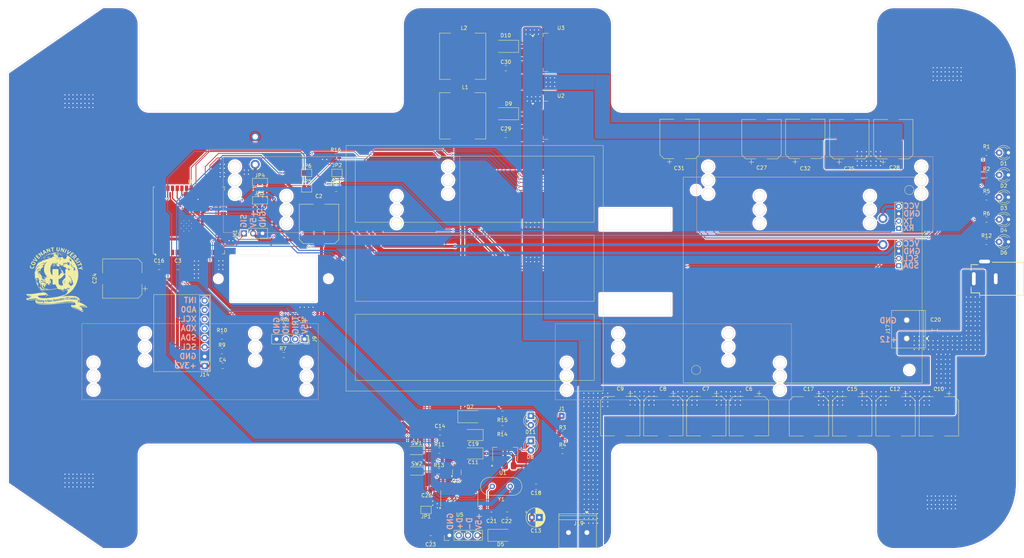
<source format=kicad_pcb>
(kicad_pcb (version 20241229) (generator "pcbnew") (generator_version "9.0")
  (layers (0 "F.Cu" signal) (2 "B.Cu" signal) (13 "F.Paste" user) (15 "B.Paste" user) (5 "F.SilkS" user "F.Silkscreen") (7 "B.SilkS" user "B.Silkscreen") (1 "F.Mask" user) (3 "B.Mask" user) (25 "Edge.Cuts" user))
  (net 0 "")
  (net 1 "+5V")
  (net 2 "GND")
  (net 3 "/GPIO34")
  (net 4 "+3.3V")
  (net 5 "VCC")
  (net 6 "Net-(D5-K)")
  (net 7 "/EN")
  (net 8 "Net-(D7-A)")
  (net 9 "Net-(U5-Xi)")
  (net 10 "Net-(U5-Xo)")
  (net 11 "Net-(JP1-A)")
  (net 12 "Net-(D1-A)")
  (net 13 "Net-(D2-A)")
  (net 14 "Net-(D3-A)")
  (net 15 "Net-(D4-A)")
  (net 16 "Net-(D6-A)")
  (net 17 "/GPIO1{slash}TX")
  (net 18 "Net-(D8-A)")
  (net 19 "Net-(D9-K)")
  (net 20 "Net-(D10-K)")
  (net 21 "Net-(D11-A)")
  (net 22 "/GPIO3{slash}RX")
  (net 23 "+BATT")
  (net 24 "Net-(J9-Pin_3)")
  (net 25 "/GPIO27")
  (net 26 "/SCL")
  (net 27 "/XDA")
  (net 28 "/GPIO35")
  (net 29 "/XCL")
  (net 30 "/AD0")
  (net 31 "/SDA")
  (net 32 "/GPIO16")
  (net 33 "/GPIO17")
  (net 34 "Net-(J16-Pin_2)")
  (net 35 "Net-(J16-Pin_1)")
  (net 36 "/GPIO25")
  (net 37 "/RTS")
  (net 38 "/DTR")
  (net 39 "/GPIO0")
  (net 40 "/GPIO13")
  (net 41 "/GPIO14")
  (net 42 "/GPIO18")
  (net 43 "/GPIO19")
  (net 44 "/GPIO26")
  (net 45 "/GPIO2")
  (net 47 "/GPIO33")
  (net 48 "/GPIO32")
  (net 49 "/CS")
  (net 50 "/GPIO4")
  (net 51 "/GPIO15")
  (net 56 "/MOSI")
  (net 57 "/GPIO12")
  (net 59 "/GPIO36")
  (net 61 "/GPIO39")
  (net 67 "Net-(J15-Pin_2)")
  (net 68 "/A")
  (net 69 "/B")
  (net 70 "/-")
  (net 71 "/+")
  (footprint "TerminalBlock_Phoenix:TerminalBlock_Phoenix_PT-1,5-2-5.0-H_1x02_P5.00mm_Horizontal" (layer "F.Cu") (at 235.715 215.555 180)
    (property "Reference" "J19")
    (property "Value" "BMS")
  )
  (footprint "Capacitor_SMD:CP_Elec_10x12.5" (layer "F.Cu") (at 244.8 183.85 -90)
    (property "Reference" "C9")
    (property "Value" "680uF_35V")
  )
  (footprint "Resistor_SMD:R_0805_2012Metric" (layer "F.Cu") (at 167.5 121.9)
    (property "Reference" "R17")
    (property "Value" "20k")
  )
  (footprint "Capacitor_SMD:C_0805_2012Metric_Pad1.18x1.45mm_HandSolder" (layer "F.Cu") (at 214.02 210.675 180)
    (property "Reference" "C22")
    (property "Value" "22pF")
  )
  (footprint "Inductor_SMD:L_12x12mm_H6mm" (layer "F.Cu") (at 201.9275 102.055 -90)
    (property "Reference" "L1")
    (property "Value" "33uH")
  )
  (footprint "Crystal:Crystal_HC49-4H_Vertical" (layer "F.Cu") (at 214.8525 202.975 180)
    (property "Reference" "Y1")
    (property "Value" "12MHz")
  )
  (footprint "Capacitor_SMD:CP_Elec_10x12.5" (layer "F.Cu") (at 319.719999 183.9 -90)
    (property "Reference" "C12")
    (property "Value" "680uF_35V")
  )
  (footprint "LED_THT:LED_D3.0mm" (layer "F.Cu") (at 220.47 183.765 -90)
    (property "Reference" "D11")
    (property "Value" "Green")
  )
  (footprint "Capacitor_Tantalum_SMD:CP_EIA-3528-21_Kemet-B_HandSolder" (layer "F.Cu") (at 204.8425 189 180)
    (property "Reference" "C19")
    (property "Value" "4.7uF/16V")
  )
  (footprint "logo:CULogo" (layer "F.Cu") (at 91.484564 146.517235)
    (property "Reference" "G***" (hide yes))
    (property "Value" "LOGO" (hide yes))
  )
  (footprint "Resistor_SMD:R_0805_2012Metric" (layer "F.Cu") (at 344.47 130.305)
    (property "Reference" "R6")
    (property "Value" "330R")
  )
  (footprint "Package_TO_SOT_SMD:SOT-363_SC-70-6" (layer "F.Cu") (at 200.33 199.12 90)
    (property "Reference" "Q1")
    (property "Value" "UMH3N")
  )
  (footprint "LED_THT:LED_D3.0mm" (layer "F.Cu") (at 350.44 118.1575 180)
    (property "Reference" "D2")
    (property "Value" "Red")
  )
  (footprint "Resistor_SMD:R_0805_2012Metric" (layer "F.Cu") (at 167.4 113.1 180)
    (property "Reference" "R16")
    (property "Value" "10k")
  )
  (footprint "Resistor_SMD:R_0805_2012Metric" (layer "F.Cu") (at 153.23 159.115)
    (property "Reference" "R8")
    (property "Value" "2k")
  )
  (footprint "Capacitor_SMD:C_0805_2012Metric_Pad1.18x1.45mm_HandSolder" (layer "F.Cu") (at 124.43 143.205)
    (property "Reference" "C3")
    (property "Value" "100nF")
  )
  (footprint "Jumper:SolderJumper-2_P1.3mm_Open_Pad1.0x1.5mm" (layer "F.Cu") (at 159.45 117.6 180)
    (property "Reference" "JP6")
    (property "Value" "~")
  )
  (footprint "Connector_PinSocket_2.54mm:PinSocket_1x04_P2.54mm_Vertical" (layer "F.Cu") (at 158.88 162.88 -90)
    (property "Reference" "J9")
    (property "Value" "Ultra Sonic")
  )
  (footprint "Capacitor_SMD:C_0805_2012Metric_Pad1.18x1.45mm_HandSolder" (layer "F.Cu") (at 213.6675 107.235)
    (property "Reference" "C29")
    (property "Value" "100nF")
  )
  (footprint "Capacitor_SMD:CP_Elec_10x12.5" (layer "F.Cu") (at 109.285 146.37 180)
    (property "Reference" "C24")
    (property "Value" "470uF_16V")
  )
  (footprint "Resistor_SMD:R_0805_2012Metric" (layer "F.Cu") (at 136.405 162.115)
    (property "Reference" "R10")
    (property "Value" "10k")
  )
  (footprint "Resistor_SMD:R_0805_2012Metric" (layer "F.Cu") (at 136.405 166.1125 180)
    (property "Reference" "R9")
    (property "Value" "10k")
  )
  (footprint "Button_Switch_SMD:SW_SPST_CK_KXT3" (layer "F.Cu") (at 189.345 193.21)
    (property "Reference" "SW1")
    (property "Value" "RESET")
  )
  (footprint "Capacitor_THT:CP_Radial_D5.0mm_P2.00mm" (layer "F.Cu") (at 220.749887 211.44)
    (property "Reference" "C13")
    (property "Value" "10uF_16V")
  )
  (footprint "Button_Switch_SMD:SW_SPST_CK_KXT3" (layer "F.Cu") (at 189.445 198.805)
    (property "Reference" "SW2")
    (property "Value" "FLASH")
  )
  (footprint "Resistor_SMD:R_0805_2012Metric" (layer "F.Cu") (at 195.6 193.2)
    (property "Reference" "R11")
    (property "Value" "10k")
  )
  (footprint "Capacitor_SMD:CP_Elec_10x12.5" (layer "F.Cu") (at 279.818333 183.865 -90)
    (property "Reference" "C6")
    (property "Value" "680uF_35V")
  )
  (footprint "Capacitor_SMD:CP_Elec_10x12.5" (layer "F.Cu") (at 331.511666 183.9 -90)
    (property "Reference" "C10")
    (property "Value" "680uF_35V")
  )
  (footprint "LED_THT:LED_D3.0mm" (layer "F.Cu") (at 350.44 130.29 180)
    (property "Reference" "D4")
    (property "Value" "Red")
  )
  (footprint "Package_TO_SOT_SMD:SOT-223-3_TabPin2" (layer "F.Cu") (at 213.4675 194.23 90)
    (property "Reference" "U1")
    (property "Value" "AMS1117-3.3")
  )
  (footprint "Capacitor_SMD:C_0805_2012Metric_Pad1.18x1.45mm_HandSolder" (layer "F.Cu") (at 195.7375 188.295 180)
    (property "Reference" "C14")
    (property "Value" "470nF")
  )
  (footprint "Jumper:SolderJumper-3_P1.3mm_Open_Pad1.0x1.5mm" (layer "F.Cu") (at 146.77 120.085)
    (property "Reference" "JP4")
    (property "Value" "SolderJumper_3_Open")
  )
  (footprint "Connector_PinHeader_2.54mm:PinHeader_1x03_P2.54mm_Vertical" (layer "F.Cu") (at 142.36 134.055 90)
    (property "Reference" "M1")
    (property "Value" "Motor_Servo")
  )
  (footprint "PCM_SparkFun-Connector:Barrel_Jack_PTH_Slot" (layer "F.Cu") (at 346.99 146.425)
    (property "Reference" "J20")
    (property "Value" "CHARGER")
  )
  (footprint "RF_Module:ESP32-WROOM-32U" (layer "F.Cu") (at 127.415 130.52 90)
    (property "Reference" "U4")
    (property "Value" "ESP32-WROOM")
  )
  (footprint "LED_THT:LED_D3.0mm" (layer "F.Cu") (at 220.47 190.615 -90)
    (property "Reference" "D8")
    (property "Value" "Red")
  )
  (footprint "Resistor_SMD:R_0805_2012Metric" (layer "F.Cu") (at 344.47 124.24)
    (property "Reference" "R5")
    (property "Value" "330R")
  )
  (footprint "Capacitor_SMD:CP_Elec_10x12.5" (layer "F.Cu") (at 319.1 108.4 90)
    (property "Reference" "C28")
    (property "Value" "220uF_16V")
  )
  (footprint "Capacitor_SMD:C_0805_2012Metric_Pad1.18x1.45mm_HandSolder" (layer "F.Cu") (at 330.4 160.2625 -90)
    (property "Reference" "C20")
    (property "Value" "100nF")
  )
  (footprint "Connector_Wire:SolderWire-0.1sqmm_1x01_D0.4mm_OD1mm" (layer "F.Cu") (at 228.860436 183.785)
    (property "Reference" "J1")
    (property "Value" "BSENS")
  )
  (footprint "Resistor_SMD:R_0805_2012Metric" (layer "F.Cu") (at 195.465 198.85)
    (property "Reference" "R13")
    (property "Value" "10k")
  )
  (footprint "Diode_SMD:D_SMA" (layer "F.Cu") (at 212.3025 216.305)
    (property "Reference" "D5")
    (property "Value" "1N5819")
  )
  (footprint "Connector_PinHeader_2.54mm:PinHeader_1x04_P2.54mm_Vertical" (layer "F.Cu") (at 198.305 216.32 90)
    (property "Reference" "J18" (hide yes))
    (property "Value" "USB_C Conn")
  )
  (footprint "LED_THT:LED_D3.0mm" (layer "F.Cu") (at 350.44 112.09125 180)
    (property "Reference" "D1")
    (property "Value" "Red")
  )
  (footprint "Package_TO_SOT_SMD:TO-263-5_TabPin6" (layer "F.Cu") (at 228.6525 103.26)
    (property "Reference" "U2")
    (property "Value" "LM2596S-3.3V")
  )
  (footprint "Resistor_SMD:R_0805_2012Metric" (layer "F.Cu") (at 212.7475 187.16)
    (property "Reference" "R14")
    (property "Value" "330R")
  )
  (footprint "Capacitor_SMD:C_0805_2012Metric_Pad1.18x1.45mm_HandSolder" (layer "F.Cu") (at 146.5075 129.88 180)
    (property "Reference" "C1")
    (property "Value" "100nF")
  )
  (footprint "Jumper:SolderJumper-2_P1.3mm_Open_Pad1.0x1.5mm" (layer "F.Cu") (at 167.72 117.6 180)
    (property "Reference" "JP2")
    (property "Value" "~")
  )
  (footprint "Jumper:SolderJumper-2_P1.3mm_Open_Pad1.0x1.5mm" (layer "F.Cu") (at 191.9475 209.38 180)
    (property "Reference" "JP1")
    (property "Value" "~")
  )
  (footprint "Capacitor_SMD:C_0805_2012Metric_Pad1.18x1.45mm_HandSolder" (layer "F.Cu") (at 136.605 170.14 180)
    (property "Reference" "C4")
    (property "Value" "100nF")
  )
  (footprint "Resistor_SMD:R_0805_2012Metric" (layer "F.Cu") (at 344.47 136.35)
    (property "Reference" "R12")
    (property "Value" "330R")
  )
  (footprint "Capacitor_SMD:C_0805_2012Metric_Pad1.18x1.45mm_HandSolder" (layer "F.Cu") (at 213.6675 89.06)
    (property "Reference" "C30")
    (property "Value" "100nF")
  )
  (footprint "Capacitor_SMD:CP_Elec_10x12.5" (layer "F.Cu") (at 295.14 108.335 90)
    (property "Reference" "C32")
    (property "Value" "220uF_16V")
  )
  (footprint "Capacitor_SMD:C_0805_2012Metric_Pad1.18x1.45mm_HandSolder" (layer "F.Cu") (at 119.3 143.205)
    (property "Reference" "C16")
    (property "Value" "100nF")
  )
  (footprint "Capacitor_SMD:C_0805_2012Metric_Pad1.18x1.45mm_HandSolder" (layer "F.Cu") (at 193.19 217.12 180)
    (property "Reference" "C23")
    (property "Value" "100nF")
  )
  (footprint "Capacitor_Tantalum_SMD:CP_EIA-3528-21_Kemet-B_HandSolder" (layer "F.Cu") (at 204.8175 194.005 180)
    (property "Reference" "C11")
    (property "Value" "4.7uF/16V")
  )
  (footprint "Diode_SMD:D_SMA" (layer "F.Cu") (at 204.1225 183.995)
    (property "Reference" "D7")
    (property "Value" "1N5819")
  )
  (footprint "Capacitor_SMD:C_0805_2012Metric_Pad1.18x1.45mm_HandSolder" (layer "F.Cu") (at 192.1125 203.775 180)
    (property "Reference" "C26")
    (property "Value" "100nF")
  )
  (footprint "Capacitor_SMD:CP_Elec_10x12.5" (layer "F.Cu") (at 162.835 131.4925 90)
    (property "Reference" "C2")
    (property "Value" "680uF_35V")
  )
  (footprint "Capacitor_SMD:CP_Elec_10x12.5" (layer "F.Cu") (at 260.945 108.335 90)
    (property "Reference" "C31")
    (property "Value" "470uF_16V")
  )
  (footprint "Resistor_SMD:R_0805_2012Metric" (layer "F.Cu") (at 344.47 112.085)
    (property "Reference" "R1")
    (property "Value" "330R")
  )
  (footprint "Resistor_SMD:R_0805_2012Metric" (layer "F.Cu") (at 229.0875 193.345)
    (property "Reference" "R4")
    (property "Value" "18k")
  )
  (footprint "Jumper:SolderJumper-2_P1.3mm_Open_Pad1.0x1.5mm" (layer "F.Cu") (at 159.45 121.8 180)
    (property "Reference" "JP5")
    (property "Value" "~")
  )
  (footprint "Capacitor_SMD:CP_Elec_10x12.5" (layer "F.Cu") (at 307.928333 183.9 -90)
    (property "Reference" "C15")
    (property "Value" "680uF_35V")
  )
  (footprint "LED_THT:LED_D3.0mm" (layer "F.Cu") (at 350.44 136.35625 180)
    (property "Reference" "D6")
    (property "Value" "Red")
  )
  (footprint "Resistor_SMD:R_0805_2012Metric" (layer "F.Cu") (at 344.47 118.165)
    (property "Reference" "R2")
    (property "Value" "330R")
  )
  (footprint "Capacitor_SMD:CP_Elec_10x12.5" (layer "F.Cu") (at 283.24 108.4 90)
    (property "Reference" "C27")
    (property "Value" "220uF_16V")
  )
  (footprint "Diode_SMD:D_SMA" (layer "F.Cu") (at 213.625 83.12 180)
    (property "Reference" "D10")
    (property "Value" "1N5824")
  )
  (footprint "Capacitor_SMD:CP_Elec_10x12.5" (layer "F.Cu") (at 268.206666 183.865 -90)
    (property "Reference" "C7")
    (property "Value" "680uF_35V")
  )
  (footprint "Capacitor_SMD:C_0805_2012Metric_Pad1.18x1.45mm_HandSolder" (layer "F.Cu") (at 221.88 203.105 180)
    (property "Reference" "C18")
    (property "Value" "100nF")
  )
  (footprint "Connector_PinHeader_2.00mm:PinHeader_1x04_P2.00mm_Vertical" (layer "F.Cu") (at 320.58 142.885 180)
    (property "Reference" "J16" (hide yes))
    (property "Value" "I2C")
  )
  (footprint "Capacitor_SMD:CP_Elec_10x12.5" (layer "F.Cu") (at 256.52 183.865 -90)
    (property "Reference" "C8")
    (property "Value" "680uF_35V")
  )
  (footprint "LED_THT:LED_D3.0mm" (layer "F.Cu") (at 350.44 124.22375 180)
    (property "Reference" "D3")
    (property "Value" "Red")
  )
  (footprint "Diode_SMD:D_SMA" (layer "F.Cu") (at 213.625 101.47 180)
    (property "Reference" "D9")
    (property "Value" "1N5824")
  )
  (footprint "Capacitor_SMD:CP_Elec_10x12.5" (layer "F.Cu") (at 296.136666 183.9 -90)
    (property "Reference" "C17")
    (property "Value" "680uF_35V")
  )
  (footprint "Jumper:SolderJumper-3_P1.3mm_Open_Pad1.0x1.5mm" (layer "F.Cu") (at 146.77 125.065)
    (property "Reference" "JP3")
    (property "Value" "SolderJumper_3_Open")
  )
  (footprint "Resistor_SMD:R_0805_2012Metric" (layer "F.Cu") (at 153.23 167.185 180)
    (property "Reference" "R7")
    (property "Value" "1k")
  )
  (footprint "Capacitor_SMD:C_0805_2012Metric_Pad1.18x1.45mm_HandSolder" (layer "F.Cu") (at 209.715 210.695)
    (property "Reference" "C21")
    (property "Value" "22pF")
  )
  (footprint "Capacitor_SMD:C_0805_2012Metric_Pad1.18x1.45mm_HandSolder" (layer "F.Cu") (at 157.9175 159.085)
    (property "Reference" "C5")
    (property "Value" "100nF")
  )
  (footprint "Resistor_SMD:R_0805_2012Metric" (layer "F.Cu") (at 212.7475 183.215)
    (property "Reference" "R15")
    (property "Value" "330R")
  )
  (footprint "Inductor_SMD:L_12x12mm_H6mm" (layer "F.Cu") (at 201.9275 85.82 -90)
    (property "Reference" "L2")
    (property "Value" "33uH")
  )
  (footprint "TerminalBlock_Phoenix:TerminalBlock_Phoenix_PT-1,5-2-5.0-H_1x02_P5.00mm_Horizontal" (layer "F.Cu") (at 322.75 162.685 90)
    (property "Reference" "J17")
    (property "Value" "12V IN")
  )
  (footprint "Resistor_SMD:R_0805_2012Metric" (layer "F.Cu") (at 229.0875 188.605)
    (property "Reference" "R3")
    (property "Value" "68k")
  )
  (footprint "Capacitor_SMD:CP_Elec_10x12.5" (layer "F.Cu") (at 307.135 108.4 90)
    (property "Reference" "C25")
    (property "Value" "470uF_16V")
  )
  (footprint "Connector_PinHeader_2.00mm:PinHeader_1x04_P2.00mm_Vertical" (layer "F.Cu") (at 320.58 132.715 180)
    (property "Reference" "J15" (hide yes))
    (property "Value" "UART")
  )
  (footprint "Connector_PinHeader_2.54mm:PinHeader_1x08_P2.54mm_Vertical" (layer "F.Cu") (at 131.7 170.155 180)
    (property "Reference" "J14")
    (property "Value" "MPU6050")
  )
  (footprint "Package_TO_SOT_SMD:TO-263-5_TabPin6" (layer "F.Cu") (at 228.6525 84.78)
    (property "Reference" "U3")
    (property "Value" "LM2596S-5V")
  )
  (footprint "Package_SO:SOIC-16_3.9x9.9mm_P1.27mm" (layer "F.Cu") (at 200.9975 206.27 90)
    (property "Reference" "U5")
    (property "Value" "CH340C")
  )
  (gr_rect (start 117.835 150.75) (end 133.285 171.73) (stroke (width 0.1)) (fill no) (layer "F.SilkS"))
  (gr_line (start 353.045 202.305) (end 353.045 146.305) (stroke (width 0.1)) (layer "F.SilkS"))
  (gr_rect (start 172.72 156.1) (end 237.72 174.1) (stroke (width 0.1)) (fill no) (layer "F.SilkS"))
  (gr_rect (start 172.675 134.5725) (end 237.675 152.5725) (stroke (width 0.1)) (fill no) (layer "F.SilkS"))
  (gr_circle (center 320.58 142.885) (end 320.93 142.885) (stroke (width 0.1)) (fill no) (layer "F.SilkS"))
  (gr_circle (center 323.45 122.255) (end 324.7 122.255) (stroke (width 0.1)) (fill no) (layer "F.SilkS"))
  (gr_rect (start 170.175 110.115) (end 240.175 177.03) (stroke (width 0.1)) (fill no) (layer "F.SilkS"))
  (gr_rect (start 172.675 113.045) (end 237.675 131.045) (stroke (width 0.1)) (fill no) (layer "F.SilkS"))
  (gr_circle (center 265.43 171.275) (end 266.68 171.275) (stroke (width 0.1)) (fill no) (layer "F.SilkS"))
  (gr_rect (start 261.94 118.765) (end 326.94 174.765) (stroke (width 0.1)) (fill no) (layer "F.SilkS"))
  (gr_circle (center 322.75 157.685) (end 323.5 157.685) (stroke (width 0.1)) (fill no) (layer "F.SilkS"))
  (gr_circle (center 322.75 162.685) (end 323.5 162.685) (stroke (width 0.1)) (fill no) (layer "F.SilkS"))
  (gr_rect (start 98.302078 158.652078) (end 162.612078 179.352078) (stroke (width 0.1)) (fill no) (layer "B.SilkS"))
  (gr_rect (start 227.092078 158.682078) (end 291.402078 179.382078) (stroke (width 0.1)) (fill no) (layer "B.SilkS"))
  (gr_rect (start 265.592078 113.162078) (end 329.902078 133.862078) (stroke (width 0.1)) (fill no) (layer "B.SilkS"))
  (gr_rect (start 136.802078 113.162078) (end 201.112078 133.862078) (stroke (width 0.1)) (fill no) (layer "B.SilkS"))
  (gr_line (start 334.942078 220.242078) (end 319.262078 220.242078) (stroke (width 0.05)) (layer "Edge.Cuts"))
  (gr_line (start 352.942078 90.272078) (end 352.942078 202.242078) (stroke (width 0.05)) (layer "Edge.Cuts"))
  (gr_circle (center 139.952078 123.262078) (end 138.452078 123.262078) (stroke (width 0.1)) (fill no) (layer "Edge.Cuts"))
  (gr_line (start 77.972075 202.262084) (end 103.942078 220.252078) (stroke (width 0.05)) (layer "Edge.Cuts"))
  (gr_circle (center 326.742078 115.872078) (end 325.242078 115.872078) (stroke (width 0.1)) (fill no) (layer "Edge.Cuts"))
  (gr_circle (center 230.242078 172.942078) (end 231.742078 172.942078) (stroke (width 0.1)) (fill no) (layer "Edge.Cuts"))
  (gr_circle (center 159.452078 172.912078) (end 160.952078 172.912078) (stroke (width 0.1)) (fill no) (layer "Edge.Cuts"))
  (gr_line (start 77.972075 202.262084) (end 77.972078 90.252078) (stroke (width 0.05)) (layer "Edge.Cuts"))
  (gr_circle (center 274.242078 161.282078) (end 275.742078 161.282078) (stroke (width 0.1)) (fill no) (layer "Edge.Cuts"))
  (gr_circle (center 288.242078 176.672078) (end 289.742078 176.672078) (stroke (width 0.1)) (fill no) (layer "Edge.Cuts"))
  (gr_line (start 185.482078 215.252078) (end 185.482078 194.252078) (stroke (width 0.05)) (layer "Edge.Cuts"))
  (gr_circle (center 101.452078 172.912078) (end 102.952078 172.912078) (stroke (width 0.1)) (fill no) (layer "Edge.Cuts"))
  (gr_circle (center 274.242078 164.942078) (end 275.742078 164.942078) (stroke (width 0.1)) (fill no) (layer "Edge.Cuts"))
  (gr_circle (center 268.742078 123.262078) (end 267.242078 123.262078) (stroke (width 0.1)) (fill no) (layer "Edge.Cuts"))
  (gr_circle (center 197.952078 115.872078) (end 196.452078 115.872078) (stroke (width 0.1)) (fill no) (layer "Edge.Cuts"))
  (gr_circle (center 282.742078 131.262078) (end 281.242078 131.262078) (stroke (width 0.1)) (fill no) (layer "Edge.Cuts"))
  (gr_line (start 116.442078 100.742078) (end 182.942078 100.742078) (stroke (width 0.05)) (layer "Edge.Cuts"))
  (gr_arc (start 352.942078 202.242078) (mid 347.67 214.97) (end 334.942078 220.242078) (stroke (width 0.05)) (layer "Edge.Cuts"))
  (gr_line (start 319.242078 72.272078) (end 334.942078 72.272078) (stroke (width 0.05)) (layer "Edge.Cuts"))
  (gr_circle (center 274.242078 168.672078) (end 275.742078 168.672078) (stroke (width 0.1)) (fill no) (layer "Edge.Cuts"))
  (gr_line (start 108.942078 220.252078) (end 103.942078 220.252078) (stroke (width 0.05)) (layer "Edge.Cuts"))
  (gr_arc (start 185.442078 77.262078) (mid 186.906544 73.726544) (end 190.442078 72.262078) (stroke (width 0.05)) (layer "Edge.Cuts"))
  (gr_circle (center 101.452078 176.642078) (end 102.952078 176.642078) (stroke (width 0.1)) (fill no) (layer "Edge.Cuts"))
  (gr_line (start 113.942078 77.262078) (end 113.942078 98.242078) (stroke (width 0.05)) (layer "Edge.Cuts"))
  (gr_circle (center 326.742078 119.602078) (end 325.242078 119.602078) (stroke (width 0.1)) (fill no) (layer "Edge.Cuts"))
  (gr_circle (center 115.452078 164.912078) (end 116.952078 164.912078) (stroke (width 0.1)) (fill no) (layer "Edge.Cuts"))
  (gr_circle (center 183.952078 123.872078) (end 182.452078 123.872078) (stroke (width 0.1)) (fill no) (layer "Edge.Cuts"))
  (gr_rect (start 140.62 138.41) (end 149.29 139.7975) (stroke (width 0.05)) (fill no) (layer "Edge.Cuts"))
  (gr_circle (center 265.43 122.255) (end 266.68 122.255) (stroke (width 0.05)) (fill no) (layer "Edge.Cuts"))
  (gr_arc (start 182.982078 191.752078) (mid 184.749845 192.484311) (end 185.482078 194.252078) (stroke (width 0.05)) (layer "Edge.Cuts"))
  (gr_circle (center 165.395 146.415) (end 166.395 146.415) (stroke (width 0.05)) (fill no) (layer "Edge.Cuts"))
  (gr_circle (center 159.452078 169.252078) (end 160.952078 169.252078) (stroke (width 0.1)) (fill no) (layer "Edge.Cuts"))
  (gr_circle (center 244.242078 164.942078) (end 245.742078 164.942078) (stroke (width 0.1)) (fill no) (layer "Edge.Cuts"))
  (gr_circle (center 197.952078 119.602078) (end 196.452078 119.602078) (stroke (width 0.1)) (fill no) (layer "Edge.Cuts"))
  (gr_circle (center 312.742078 131.262078) (end 311.242078 131.262078) (stroke (width 0.1)) (fill no) (layer "Edge.Cuts"))
  (gr_circle (center 197.952078 123.262078) (end 196.452078 123.262078) (stroke (width 0.1)) (fill no) (layer "Edge.Cuts"))
  (gr_circle (center 312.742078 127.602078) (end 311.242078 127.602078) (stroke (width 0.1)) (fill no) (layer "Edge.Cuts"))
  (gr_line (start 242.752078 194.262078) (end 242.752078 215.252078) (stroke (width 0.05)) (layer "Edge.Cuts"))
  (gr_arc (start 311.762078 191.762078) (mid 313.529845 192.494311) (end 314.262078 194.262078) (stroke (width 0.05)) (layer "Edge.Cuts"))
  (gr_arc (start 190.482078 220.252078) (mid 186.946544 218.787612) (end 185.482078 215.252078) (stroke (width 0.05)) (layer "Edge.Cuts"))
  (gr_arc (start 314.242078 77.272078) (mid 315.706544 73.736544) (end 319.242078 72.272078) (stroke (width 0.05)) (layer "Edge.Cuts"))
  (gr_circle (center 268.742078 119.602078) (end 267.242078 119.602078) (stroke (width 0.1)) (fill no) (layer "Edge.Cuts"))
  (gr_circle (center 230.242078 169.282078) (end 231.742078 169.282078) (stroke (width 0.1)) (fill no) (layer "Edge.Cuts"))
  (gr_arc (start 319.262078 220.242078) (mid 315.726544 218.777612) (end 314.262078 215.242078) (stroke (width 0.05)) (layer "Edge.Cuts"))
  (gr_rect (start 138.845 140.215) (end 162.045 152.615) (stroke (width 0.05)) (fill no) (layer "Edge.Cuts"))
  (gr_rect (start 239.29 150.5125) (end 258.6 156.32) (stroke (width 0.05)) (fill no) (layer "Edge.Cuts"))
  (gr_circle (center 282.742078 127.602078) (end 281.242078 127.602078) (stroke (width 0.1)) (fill no) (layer "Edge.Cuts"))
  (gr_circle (center 115.452078 168.642078) (end 116.952078 168.642078) (stroke (width 0.1)) (fill no) (layer "Edge.Cuts"))
  (gr_circle (center 183.952078 131.262078) (end 182.452078 131.262078) (stroke (width 0.1)) (fill no) (layer "Edge.Cuts"))
  (gr_circle (center 244.242078 168.672078) (end 245.742078 168.672078) (stroke (width 0.1)) (fill no) (layer "Edge.Cuts"))
  (gr_line (start 77.972078 90.252078) (end 103.942078 72.262078) (stroke (width 0.05)) (layer "Edge.Cuts"))
  (gr_circle (center 139.952078 119.602078) (end 138.452078 119.602078) (stroke (width 0.1)) (fill no) (layer "Edge.Cuts"))
  (gr_circle (center 159.452078 176.642078) (end 160.952078 176.642078) (stroke (width 0.1)) (fill no) (layer "Edge.Cuts"))
  (gr_line (start 314.242078 98.262078) (end 314.242078 77.272078) (stroke (width 0.05)) (layer "Edge.Cuts"))
  (gr_arc (start 242.752078 194.262078) (mid 243.484311 192.494311) (end 245.252078 191.762078) (stroke (width 0.05)) (layer "Edge.Cuts"))
  (gr_arc (start 334.942078 72.272078) (mid 347.67 77.544156) (end 352.942078 90.272078) (stroke (width 0.05)) (layer "Edge.Cuts"))
  (gr_line (start 314.262078 215.242078) (end 314.262078 194.262078) (stroke (width 0.05)) (layer "Edge.Cuts"))
  (gr_line (start 185.442078 98.242078) (end 185.442078 77.262078) (stroke (width 0.05)) (layer "Edge.Cuts"))
  (gr_arc (start 113.942078 194.252078) (mid 114.674311 192.484311) (end 116.442078 191.752078) (stroke (width 0.05)) (layer "Edge.Cuts"))
  (gr_circle (center 288.242078 172.942078) (end 289.742078 172.942078) (stroke (width 0.1)) (fill no) (layer "Edge.Cuts"))
  (gr_circle (center 323.45 171.275) (end 324.7 171.275) (stroke (width 0.05)) (fill no) (layer "Edge.Cuts"))
  (gr_circle (center 282.742078 123.872078) (end 281.242078 123.872078) (stroke (width 0.1)) (fill no) (layer "Edge.Cuts"))
  (gr_circle (center 145.452078 161.252078) (end 146.952078 161.252078) (stroke (width 0.1)) (fill no) (layer "Edge.Cuts"))
  (gr_circle (center 288.242078 169.282078) (end 289.742078 169.282078) (stroke (width 0.1)) (fill no) (layer "Edge.Cuts"))
  (gr_circle (center 244.242078 161.282078) (end 245.742078 161.282078) (stroke (width 0.1)) (fill no) (layer "Edge.Cuts"))
  (gr_line (start 311.762078 191.762078) (end 245.252078 191.762078) (stroke (width 0.05)) (layer "Edge.Cuts"))
  (gr_arc (start 185.442078 98.242078) (mid 184.709845 100.009845) (end 182.942078 100.742078) (stroke (width 0.05)) (layer "Edge.Cuts"))
  (gr_circle (center 115.452078 161.252078) (end 116.952078 161.252078) (stroke (width 0.1)) (fill no) (layer "Edge.Cuts"))
  (gr_circle (center 326.742078 123.262078) (end 325.242078 123.262078) (stroke (width 0.1)) (fill no) (layer "Edge.Cuts"))
  (gr_line (start 182.982078 191.752078) (end 116.442078 191.752078) (stroke (width 0.05)) (layer "Edge.Cuts"))
  (gr_line (start 113.942078 194.252078) (end 113.942078 215.252078) (stroke (width 0.05)) (layer "Edge.Cuts"))
  (gr_circle (center 183.952078 127.602078) (end 182.452078 127.602078) (stroke (width 0.1)) (fill no) (layer "Edge.Cuts"))
  (gr_circle (center 145.452078 164.912078) (end 146.952078 164.912078) (stroke (width 0.1)) (fill no) (layer "Edge.Cuts"))
  (gr_arc (start 108.942078 72.262078) (mid 112.477612 73.726544) (end 113.942078 77.262078) (stroke (width 0.05)) (layer "Edge.Cuts"))
  (gr_line (start 103.942078 72.262078) (end 108.942078 72.262078) (stroke (width 0.05)) (layer "Edge.Cuts"))
  (gr_circle (center 153.952078 127.602078) (end 152.452078 127.602078) (stroke (width 0.1)) (fill no) (layer "Edge.Cuts"))
  (gr_arc (start 237.762078 72.262078) (mid 241.297612 73.726544) (end 242.762078 77.262078) (stroke (width 0.05)) (layer "Edge.Cuts"))
  (gr_arc (start 242.752078 215.252078) (mid 241.287612 218.787612) (end 237.752078 220.252078) (stroke (width 0.05)) (layer "Edge.Cuts"))
  (gr_line (start 237.752078 220.252078) (end 190.482078 220.252078) (stroke (width 0.05)) (layer "Edge.Cuts"))
  (gr_arc (start 314.242078 98.262078) (mid 313.509845 100.029845) (end 311.742078 100.762078) (stroke (width 0.05)) (layer "Edge.Cuts"))
  (gr_rect (start 239.29 127.34) (end 258.6 133.1475) (stroke (width 0.05)) (fill no) (layer "Edge.Cuts"))
  (gr_line (start 190.442078 72.262078) (end 237.762078 72.262078) (stroke (width 0.05)) (layer "Edge.Cuts"))
  (gr_line (start 242.762078 77.262078) (end 242.762078 98.262078) (stroke (width 0.05)) (layer "Edge.Cuts"))
  (gr_circle (center 230.242078 176.672078) (end 231.742078 176.672078) (stroke (width 0.1)) (fill no) (layer "Edge.Cuts"))
  (gr_circle (center 139.952078 115.872078) (end 138.452078 115.872078) (stroke (width 0.1)) (fill no) (layer "Edge.Cuts"))
  (gr_arc (start 116.442078 100.742078) (mid 114.674311 100.009845) (end 113.942078 98.242078) (stroke (width 0.05)) (layer "Edge.Cuts"))
  (gr_circle (center 101.452078 169.252078) (end 102.952078 169.252078) (stroke (width 0.1)) (fill no) (layer "Edge.Cuts"))
  (gr_circle (center 153.952078 131.262078) (end 152.452078 131.262078) (stroke (width 0.1)) (fill no) (layer "Edge.Cuts"))
  (gr_circle (center 135.43 146.415) (end 136.43 146.415) (stroke (width 0.05)) (fill no) (layer "Edge.Cuts"))
  (gr_arc (start 245.262078 100.762078) (mid 243.494311 100.029845) (end 242.762078 98.262078) (stroke (width 0.05)) (layer "Edge.Cuts"))
  (gr_circle (center 312.742078 123.872078) (end 311.242078 123.872078) (stroke (width 0.1)) (fill no) (layer "Edge.Cuts"))
  (gr_circle (center 153.952078 123.872078) (end 152.452078 123.872078) (stroke (width 0.1)) (fill no) (layer "Edge.Cuts"))
  (gr_circle (center 268.742078 115.872078) (end 267.242078 115.872078) (stroke (width 0.1)) (fill no) (layer "Edge.Cuts"))
  (gr_circle (center 145.452078 168.642078) (end 146.952078 168.642078) (stroke (width 0.1)) (fill no) (layer "Edge.Cuts"))
  (gr_line (start 245.262078 100.762078) (end 311.742078 100.762078) (stroke (width 0.05)) (layer "Edge.Cuts"))
  (gr_arc (start 113.942078 215.252078) (mid 112.477612 218.787612) (end 108.942078 220.252078) (stroke (width 0.05)) (layer "Edge.Cuts"))
  (gr_text "VCC" (at 326.364286 127.49 0) (layer "B.SilkS") (effects (font (size 1.5 1.5) (thickness 0.3) (bold yes)) (justify left bottom mirror)))
  (gr_text "GND" (at 129.64 168.42 0) (layer "B.SilkS") (effects (font (size 1.5 1.5) (thickness 0.3) (bold yes)) (justify left bottom mirror)))
  (gr_text "GND" (at 326.650001 129.56 0) (layer "B.SilkS") (effects (font (size 1.5 1.5) (thickness 0.3) (bold yes)) (justify left bottom mirror)))
  (gr_text "GND" (at 326.650001 139.81 0) (layer "B.SilkS") (effects (font (size 1.5 1.5) (thickness 0.3) (bold yes)) (justify left bottom mirror)))
  (gr_text "D-" (at 204.62 211.25 90) (layer "B.SilkS") (effects (font (size 1.5 1.5) (thickness 0.3) (bold yes)) (justify left bottom mirror)))
  (gr_text "D+" (at 201.98 211.25 90) (layer "B.SilkS") (effects (font (size 1.5 1.5) (thickness 0.3) (bold yes)) (justify left bottom mirror)))
  (gr_text "TX" (at 324.65 131.64 0) (layer "B.SilkS") (effects (font (size 1.5 1.5) (thickness 0.3) (bold yes)) (justify left bottom mirror)))
  (gr_text "+3V3" (at 129.67 170.962857 0) (layer "B.SilkS") (effects (font (size 1.5 1.5) (thickness 0.3) (bold yes)) (justify left bottom mirror)))
  (gr_text "ECHO" (at 154.67 155.271427 90) (layer "B.SilkS") (effects (font (size 1.5 1.5) (thickness 0.3) (bold yes)) (justify left bottom mirror)))
  (gr_text "+12" (at 320.332856 163.84 0) (layer "B.SilkS") (effects (font (size 1.5 1.5) (thickness 0.3) (bold yes)) (justify left bottom mirror)))
  (gr_text "AD0" (at 129.64 155.705714 0) (layer "B.SilkS") (effects (font (size 1.5 1.5) (thickness 0.3) (bold yes)) (justify left bottom mirror)))
  (gr_text "+5V" (at 207.17 210.035715 90) (layer "B.SilkS") (effects (font (size 1.5 1.5) (thickness 0.3) (bold yes)) (justify left bottom mirror)))
  (gr_text "SDA" (at 129.64 163.334286 0) (layer "B.SilkS") (effects (font (size 1.5 1.5) (thickness 0.3) (bold yes)) (justify left bottom mirror)))
  (gr_text "+5V" (at 145.84 127.710001 90) (layer "B.SilkS") (effects (font (size 1.5 1.5) (thickness 0.3) (bold yes)) (justify left bottom mirror)))
  (gr_text "SCL" (at 129.64 165.877143 0) (layer "B.SilkS") (effects (font (size 1.5 1.5) (thickness 0.3) (bold yes)) (justify left bottom mirror)))
  (gr_text "GND" (at 199.39 210.035714 90) (layer "B.SilkS") (effects (font (size 1.5 1.5) (thickness 0.3) (bold yes)) (justify left bottom mirror)))
  (gr_text "+5V" (at 159.86 156.7 90) (layer "B.SilkS") (effects (font (size 1.5 1.5) (thickness 0.3) (bold yes)) (justify left bottom mirror)))
  (gr_text "SDA" (at 326.292857 143.69 0) (layer "B.SilkS") (effects (font (size 1.5 1.5) (thickness 0.3) (bold yes)) (justify left bottom mirror)))
  (gr_text "GND" (at 152.16 156.699999 90) (layer "B.SilkS") (effects (font (size 1.5 1.5) (thickness 0.3) (bold yes)) (justify left bottom mirror)))
  (gr_text "XDA" (at 129.64 160.791428 0) (layer "B.SilkS") (effects (font (size 1.5 1.5) (thickness 0.3) (bold yes)) (justify left bottom mirror)))
  (gr_text "XCL" (at 129.64 158.248571 0) (layer "B.SilkS") (effects (font (size 1.5 1.5) (thickness 0.3) (bold yes)) (justify left bottom mirror)))
  (gr_text "RX" (at 325.007143 133.49 0) (layer "B.SilkS") (effects (font (size 1.5 1.5) (thickness 0.3) (bold yes)) (justify left bottom mirror)))
  (gr_text "GND" (at 148.39 127.71 90) (layer "B.SilkS") (effects (font (size 1.5 1.5) (thickness 0.3) (bold yes)) (justify left bottom mirror)))
  (gr_text "SIG" (at 143.2 128.638572 90) (layer "B.SilkS") (effects (font (size 1.5 1.5) (thickness 0.3) (bold yes)) (justify left bottom mirror)))
  (gr_text "SCL" (at 326.221429 141.75 0) (layer "B.SilkS") (effects (font (size 1.5 1.5) (thickness 0.3) (bold yes)) (justify left bottom mirror)))
  (gr_text "VCC" (at 326.364286 137.74 0) (layer "B.SilkS") (effects (font (size 1.5 1.5) (thickness 0.3) (bold yes)) (justify left bottom mirror)))
  (gr_text "GND" (at 320.19 158.69 0) (layer "B.SilkS") (effects (font (size 1.5 1.5) (thickness 0.3) (bold yes)) (justify left bottom mirror)))
  (gr_text "INT" (at 129.71 153.162857 0) (layer "B.SilkS") (effects (font (size 1.5 1.5) (thickness 0.3) (bold yes)) (justify left bottom mirror)))
  (gr_text "TRIG" (at 157.31 156.414285 90) (layer "B.SilkS") (effects (font (size 1.5 1.5) (thickness 0.3) (bold yes)) (justify left bottom mirror)))
  (segment (start 145.47 120.085) (end 145.47 115.28) (width 0.8) (layer "F.Cu") (net 1))
  (segment (start 214.705 87.505) (end 214.705 89.06) (width 0.8) (layer "F.Cu") (net 1))
  (segment (start 214.705 89.995) (end 214.705 89.06) (width 0.8) (layer "F.Cu") (net 1))
  (segment (start 162.835 135.6925) (end 163.494 136.3515) (width 0.8) (layer "F.Cu") (net 1))
  (segment (start 213.93 90.77) (end 214.705 89.995) (width 0.8) (layer "F.Cu") (net 1))
  (segment (start 156.370241 135.6925) (end 156.222741 135.84) (width 0.8) (layer "F.Cu") (net 1))
  (segment (start 145.47 120.085) (end 145.47 125.065) (width 0.8) (layer "F.Cu") (net 1))
  (segment (start 214.7 87.5) (end 214.705 87.505) (width 0.8) (layer "F.Cu") (net 1))
  (segment (start 144.9 134.055) (end 144.9 130.45) (width 0.8) (layer "F.Cu") (net 1))
  (segment (start 163.494 136.3515) (end 163.494 156.406) (width 0.8) (layer "F.Cu") (net 1))
  (segment (start 158.955 160.925) (end 158.88 161) (width 0.8) (layer "F.Cu") (net 1))
  (segment (start 162.835 135.6925) (end 156.370241 135.6925) (width 0.8) (layer "F.Cu") (net 1))
  (segment (start 145.47 125.065) (end 145.47 129.88) (width 0.8) (layer "F.Cu") (net 1))
  (segment (start 144.9 130.45) (end 145.47 129.88) (width 0.8) (layer "F.Cu") (net 1))
  (segment (start 156.222741 135.84) (end 146.685 135.84) (width 0.8) (layer "F.Cu") (net 1))
  (segment (start 201.9275 90.77) (end 213.93 90.77) (width 0.8) (layer "F.Cu") (net 1))
  (segment (start 163.494 156.406) (end 160.815 159.085) (width 0.8) (layer "F.Cu") (net 1))
  (segment (start 146.685 135.84) (end 144.9 134.055) (width 0.8) (layer "F.Cu") (net 1))
  (segment (start 160.815 159.085) (end 158.955 159.085) (width 0.8) (layer "F.Cu") (net 1))
  (segment (start 221.0025 86.48) (end 215.72 86.48) (width 0.8) (layer "F.Cu") (net 1))
  (segment (start 215.72 86.48) (end 214.7 87.5) (width 0.8) (layer "F.Cu") (net 1))
  (segment (start 158.88 162.88) (end 158.88 161) (width 0.8) (layer "F.Cu") (net 1))
  (segment (start 145.47 115.28) (end 145.46 115.28) (width 0.8) (layer "F.Cu") (net 1))
  (segment (start 158.955 159.085) (end 158.955 160.925) (width 0.8) (layer "F.Cu") (net 1))
  (via (at 145.46 115.28) (size 2.5) (drill 1.5) (layers "F.Cu" "B.Cu") (net 1))
  (via (at 314.4 113) (size 1) (drill 0.3) (layers "F.Cu" "B.Cu") (net 1))
  (via (at 314.4 114.4) (size 1) (drill 0.3) (layers "F.Cu" "B.Cu") (net 1))
  (via (at 314.4 111.8) (size 1) (drill 0.3) (layers "F.Cu" "B.Cu") (net 1))
  (via (at 224.65 92.9) (size 1) (drill 0.3) (layers "F.Cu" "B.Cu") (net 1))
  (via (at 225.78 92.9) (size 1) (drill 0.3) (layers "F.Cu" "B.Cu") (net 1))
  (via (at 315.6 111.8) (size 1) (drill 0.3) (layers "F.Cu" "B.Cu") (net 1))
  (via (at 313 113) (size 1) (drill 0.3) (layers "F.Cu" "B.Cu") (net 1))
  (via (at 313 111.8) (size 1) (drill 0.3) (layers "F.Cu" "B.Cu") (net 1))
  (via (at 313 115.6) (size 1) (drill 0.3) (layers "F.Cu" "B.Cu") (net 1))
  (via (at 311.8 113) (size 1) (drill 0.3) (layers "F.Cu" "B.Cu") (net 1))
  (via (at 310.5 111.8) (size 1) (drill 0.3) (layers "F.Cu" "B.Cu") (net 1))
  (via (at 311.8 114.4) (size 1) (drill 0.3) (layers "F.Cu" "B.Cu") (net 1))
  (via (at 225.78 91.7) (size 1) (drill 0.3) (layers "F.Cu" "B.Cu") (net 1))
  (via (at 309.3 111.8) (size 1) (drill 0.3) (layers "F.Cu" "B.Cu") (net 1))
  (via (at 224.65 91.7) (size 1) (drill 0.3) (layers "F.Cu" "B.Cu") (net 1))
  (via (at 310.5 114.4) (size 1) (drill 0.3) (layers "F.Cu" "B.Cu") (net 1))
  (via (at 226.95 91.7) (size 1) (drill 0.3) (layers "F.Cu" "B.Cu") (net 1))
  (via (at 311.8 111.8) (size 1) (drill 0.3) (layers "F.Cu" "B.Cu") (net 1))
  (via (at 313 114.4) (size 1) (drill 0.3) (layers "F.Cu" "B.Cu") (net 1))
  (via (at 315.6 115.6) (size 1) (drill 0.3) (layers "F.Cu" "B.Cu") (net 1))
  (via (at 315.6 113) (size 1) (drill 0.3) (layers "F.Cu" "B.Cu") (net 1))
  (via (at 314.4 115.6) (size 1) (drill 0.3) (layers "F.Cu" "B.Cu") (net 1))
  (via (at 226.95 92.9) (size 1) (drill 0.3) (layers "F.Cu" "B.Cu") (net 1))
  (via (at 145.46 107.74) (size 2.5) (drill 1.5) (layers "F.Cu" "B.Cu") (net 1))
  (via (at 315.6 114.4) (size 1) (drill 0.3) (layers "F.Cu" "B.Cu") (net 1))
  (via (at 224.65 94.04) (size 1) (drill 0.3) (layers "F.Cu" "B.Cu") (net 1))
  (via (at 225.78 94.04) (size 1) (drill 0.3) (layers "F.Cu" "B.Cu") (net 1))
  (via (at 309.3 114.4) (size 1) (drill 0.3) (layers "F.Cu" "B.Cu") (net 1))
  (via (at 311.8 115.6) (size 1) (drill 0.3) (layers "F.Cu" "B.Cu") (net 1))
  (via (at 310.5 113) (size 1) (drill 0.3) (layers "F.Cu" "B.Cu") (net 1))
  (via (at 226.95 94.04) (size 1) (drill 0.3) (layers "F.Cu" "B.Cu") (net 1))
  (via (at 309.3 115.6) (size 1) (drill 0.3) (layers "F.Cu" "B.Cu") (net 1))
  (via (at 310.5 115.6) (size 1) (drill 0.3) (layers "F.Cu" "B.Cu") (net 1))
  (via (at 309.3 113) (size 1) (drill 0.3) (layers "F.Cu" "B.Cu") (net 1))
  (via (at 158.83 154.18) (size 1) (drill 0.3) (layers "F.Cu" "B.Cu") (net 2))
  (via (at 99.12 98.65) (size 1) (drill 0.3) (layers "F.Cu" "B.Cu") (net 2))
  (via (at 332.75 206.75) (size 1) (drill 0.3) (layers "F.Cu" "B.Cu") (net 2))
  (via (at 193.74 207.01) (size 1) (drill 0.3) (layers "F.Cu" "B.Cu") (net 2))
  (via (at 100.23 199.66) (size 1) (drill 0.3) (layers "F.Cu" "B.Cu") (net 2))
  (via (at 137.07 117.53) (size 1) (drill 0.3) (layers "F.Cu" "B.Cu") (net 2))
  (via (at 163.79 113.93) (size 1) (drill 0.3) (layers "F.Cu" "B.Cu") (net 2))
  (via (at 96.95 97.46) (size 1) (drill 0.3) (layers "F.Cu" "B.Cu") (net 2))
  (via (at 96.95 201.98) (size 1) (drill 0.3) (layers "F.Cu" "B.Cu") (net 2))
  (via (at 98.05 199.66) (size 1) (drill 0.3) (layers "F.Cu" "B.Cu") (net 2))
  (via (at 330.58 207.94) (size 1) (drill 0.3) (layers "F.Cu" "B.Cu") (net 2))
  (via (at 164.93 113.93) (size 1) (drill 0.3) (layers "F.Cu" "B.Cu") (net 2))
  (via (at 93.7 201.98) (size 1) (drill 0.3) (layers "F.Cu" "B.Cu") (net 2))
  (via (at 98.05 200.79) (size 1) (drill 0.3) (layers "F.Cu" "B.Cu") (net 2))
  (via (at 143.63 116.86) (size 1) (drill 0.3) (layers "F.Cu" "B.Cu") (net 2))
  (via (at 193.77 208.12) (size 1) (drill 0.3) (layers "F.Cu" "B.Cu") (net 2))
  (via (at 337.57 88.95) (size 1) (drill 0.3) (layers "F.Cu" "B.Cu") (net 2))
  (via (at 95.88 199.66) (size 1) (drill 0.3) (layers "F.Cu" "B.Cu") (net 2))
  (via (at 329.97 90.08) (size 1) (drill 0.3) (layers "F.Cu" "B.Cu") (net 2))
  (via (at 333.22 88.95) (size 1) (drill 0.3) (layers "F.Cu" "B.Cu") (net 2))
  (via (at 331.65 206.75) (size 1) (drill 0.3) (layers "F.Cu" "B.Cu") (net 2))
  (via (at 99.12 199.66) (size 1) (drill 0.3) (layers "F.Cu" "B.Cu") (net 2))
  (via (at 336 205.62) (size 1) (drill 0.3) (layers "F.Cu" "B.Cu") (net 2))
  (via (at 94.77 200.79) (size 1) (drill 0.3) (layers "F.Cu" "B.Cu") (net 2))
  (via (at 333.22 91.27) (size 1) (drill 0.3) (layers "F.Cu" "B.Cu") (net 2))
  (via (at 128.9 143.94) (size 1) (drill 0.3) (layers "F.Cu" "B.Cu") (net 2))
  (via (at 142.5 116.86) (size 1) (drill 0.3) (layers "F.Cu" "B.Cu") (net 2))
  (via (at 93.7 96.33) (size 1) (drill 0.3) (layers "F.Cu" "B.Cu") (net 2))
  (via (at 93.7 200.79) (size 1) (drill 0.3) (layers "F.Cu" "B.Cu") (net 2))
  (via (at 128.9 142.75) (size 1) (drill 0.3) (layers "F.Cu" "B.Cu") (net 2))
  (via (at 99.12 96.33) (size 1) (drill 0.3) (layers "F.Cu" "B.Cu") (net 2))
  (via (at 100.23 203.11) (size 1) (drill 0.3) (layers "F.Cu" "B.Cu") (net 2))
  (via (at 135.94 115.25) (size 1) (drill 0.3) (layers "F.Cu" "B.Cu") (net 2))
  (via (at 93.7 97.46) (size 1) (drill 0.3) (layers "F.Cu" "B.Cu") (net 2))
  (via (at 96.95 98.65) (size 1) (drill 0.3) (layers "F.Cu" "B.Cu") (net 2))
  (via (at 137.07 118.6) (size 1) (drill 0.3) (layers "F.Cu" "B.Cu") (net 2))
  (via (at 328.4 206.75) (size 1) (drill 0.3) (layers "F.Cu" "B.Cu") (net 2))
  (via (at 329.97 92.4) (size 1) (drill 0.3) (layers "F.Cu" "B.Cu") (net 2))
  (via (at 95.88 97.46) (size 1) (drill 0.3) (layers "F.Cu" "B.Cu") (net 2))
  (via (at 143.63 117.93) (size 1) (drill 0.3) (layers "F.Cu" "B.Cu") (net 2))
  (via (at 194.99 207.69) (size 1) (drill 0.3) (layers "F.Cu" "B.Cu") (net 2))
  (via (at 101.3 203.11) (size 1) (drill 0.3) (layers "F.Cu" "B.Cu") (net 2))
  (via (at 328.4 209.07) (size 1) (drill 0.3) (layers "F.Cu" "B.Cu") (net 2))
  (via (at 101.3 200.79) (size 1) (drill 0.3) (layers "F.Cu" "B.Cu") (net 2))
  (via (at 96.95 199.66) (size 1) (drill 0.3) (layers "F.Cu" "B.Cu") (net 2))
  (via (at 93.7 203.11) (size 1) (drill 0.3) (layers "F.Cu" "B.Cu") (net 2))
  (via (at 329.97 91.27) (size 1) (drill 0.3) (layers "F.Cu" "B.Cu") (net 2))
  (via (at 336.5 92.4) (size 1) (drill 0.3) (layers "F.Cu" "B.Cu") (net 2))
  (via (at 95.88 96.33) (size 1) (drill 0.3) (layers "F.Cu" "B.Cu") (net 2))
  (via (at 331.65 205.62) (size 1) (drill 0.3) (layers "F.Cu" "B.Cu") (net 2))
  (via (at 96.95 99.78) (size 1) (drill 0.3) (layers "F.Cu" "B.Cu") (net 2))
  (via (at 135.53 143.89) (size 1) (drill 0.3) (layers "F.Cu" "B.Cu") (net 2))
  (via (at 96.95 200.79) (size 1) (drill 0.3) (layers "F.Cu" "B.Cu") (net 2))
  (via (at 336 209.07) (size 1) (drill 0.3) (layers "F.Cu" "B.Cu") (net 2))
  (via (at 101.3 98.65) (size 1) (drill 0.3) (layers "F.Cu" "B.Cu") (net 2))
  (via (at 96.95 203.11) (size 1) (drill 0.3) (layers "F.Cu" "B.Cu") (net 2))
  (via (at 99.12 99.78) (size 1) (drill 0.3) (layers "F.Cu" "B.Cu") (net 2))
  (via (at 333.82 207.94) (size 1) (drill 0.3) (layers "F.Cu" "B.Cu") (net 2))
  (via (at 95.88 98.65) (size 1) (drill 0.3) (layers "F.Cu" "B.Cu") (net 2))
  (via (at 138.35 136.07) (size 1) (drill 0.3) (layers "F.Cu" "B.Cu") (net 2))
  (via (at 331.04 88.95) (size 1) (drill 0.3) (layers "F.Cu" "B.Cu") (net 2))
  (via (at 130.02 145.06) (size 1) (drill 0.3) (layers "F.Cu" "B.Cu") (net 2))
  (via (at 96.95 96.33) (size 1) (drill 0.3) (layers "F.Cu" "B.Cu") (net 2))
  (via (at 334.93 206.75) (size 1) (drill 0.3) (layers "F.Cu" "B.Cu") (net 2))
  (via (at 94.77 96.33) (size 1) (drill 0.3) (layers "F.Cu" "B.Cu") (net 2))
  (via (at 337.57 91.27) (size 1) (drill 0.3) (layers "F.Cu" "B.Cu") (net 2))
  (via (at 337.57 92.4) (size 1) (drill 0.3) (layers "F.Cu" "B.Cu") (net 2))
  (via (at 94.77 201.98) (size 1) (drill 0.3) (layers "F.Cu" "B.Cu") (net 2))
  (via (at 336.5 91.27) (size 1) (drill 0.3) (layers "F.Cu" "B.Cu") (net 2))
  (via (at 333.82 206.75) (size 1) (drill 0.3) (layers "F.Cu" "B.Cu") (net 2))
  (via (at 336 207.94) (size 1) (drill 0.3) (layers "F.Cu" "B.Cu") (net 2))
  (via (at 98.05 99.78) (size 1) (drill 0.3) (layers "F.Cu" "B.Cu") (net 2))
  (via (at 331.04 91.27) (size 1) (drill 0.3) (layers "F.Cu" "B.Cu") (net 2))
  (via (at 99.12 97.46) (size 1) (drill 0.3) (layers "F.Cu" "B.Cu") (net 2))
  (via (at 331.65 209.07) (size 1) (drill 0.3) (layers "F.Cu" "B.Cu") (net 2))
  (via (at 159.99 154.18) (size 1) (drill 0.3) (layers "F.Cu" "B.Cu") (net 2))
  (via (at 135.54 141.56) (size 1) (drill 0.3) (layers "F.Cu" "B.Cu") (net 2))
  (via (at 136.66 141.54) (size 1) (drill 0.3) (layers "F.Cu" "B.Cu") (net 2))
  (via (at 328.4 205.62) (size 1) (drill 0.3) (layers "F.Cu" "B.Cu") (net 2))
  (via (at 98.05 97.46) (size 1) (drill 0.3) (layers "F.Cu" "B.Cu") (net 2))
  (via (at 332.15 88.95) (size 1) (drill 0.3) (layers "F.Cu" "B.Cu") (net 2))
  (via (at 100.23 96.33) (size 1) (drill 0.3) (layers "F.Cu" "B.Cu") (net 2))
  (via (at 334.32 92.4) (size 1) (drill 0.3) (layers "F.Cu" "B.Cu") (net 2))
  (via (at 98.05 203.11) (size 1) (drill 0.3) (layers "F.Cu" "B.Cu") (net 2))
  (via (at 93.7 199.66) (size 1) (drill 0.3) (layers "F.Cu" "B.Cu") (net 2))
  (via (at 136.65 143.87) (size 1) (drill 0.3) (layers "F.Cu" "B.Cu") (net 2))
  (via (at 335.39 90.08) (size 1) (drill 0.3) (layers "F.Cu" "B.Cu") (net 2))
  (via (at 100.23 98.65) (size 1) (drill 0.3) (layers "F.Cu" "B.Cu") (net 2))
  (via (at 130.03 141.59) (size 1) (drill 0.3) (layers "F.Cu" "B.Cu") (net 2))
  (via (at 95.88 201.98) (size 1) (drill 0.3) (layers "F.Cu" "B.Cu") (net 2))
  (via (at 101.3 96.33) (size 1) (drill 0.3) (layers "F.Cu" "B.Cu") (net 2))
  (via (at 99.12 201.98) (size 1) (drill 0.3) (layers "F.Cu" "B.Cu") (net 2))
  (via (at 332.15 91.27) (size 1) (drill 0.3) (layers "F.Cu" "B.Cu") (net 2))
  (via (at 329.47 205.62) (size 1) (drill 0.3) (layers "F.Cu" "B.Cu") (net 2))
  (via (at 331.04 92.4) (size 1) (drill 0.3) (layers "F.Cu" "B.Cu") (net 2))
  (via (at 94.77 98.65) (size 1) (drill 0.3) (layers "F.Cu" "B.Cu") (net 2))
  (via (at 335.39 91.27) (size 1) (drill 0.3) (layers "F.Cu" "B.Cu") (net 2))
  (via (at 94.77 199.66) (size 1) (drill 0.3) (layers "F.Cu" "B.Cu") (net 2))
  (via (at 333.82 209.07) (size 1) (drill 0.3) (layers "F.Cu" "B.Cu") (net 2))
  (via (at 100.23 97.46) (size 1) (drill 0.3) (layers "F.Cu" "B.Cu") (net 2))
  (via (at 336.5 90.08) (size 1) (drill 0.3) (layers "F.Cu" "B.Cu") (net 2))
  (via (at 95.88 203.11) (size 1) (drill 0.3) (layers "F.Cu" "B.Cu") (net 2))
  (via (at 139.4 136.07) (size 1) (drill 0.3) (layers "F.Cu" "B.Cu") (net 2))
  (via (at 98.05 201.98) (size 1) (drill 0.3) (layers "F.Cu" "B.Cu") (net 2))
  (via (at 128.9 145.08) (size 1) (drill 0.3) (layers "F.Cu" "B.Cu") (net 2))
  (via (at 330.58 206.75) (size 1) (drill 0.3) (layers "F.Cu" "B.Cu") (net 2))
  (via (at 331.04 90.08) (size 1) (drill 0.3) (layers "F.Cu" "B.Cu") (net 2))
  (via (at 135.94 116.32) (size 1) (drill 0.3) (layers "F.Cu" "B.Cu") (net 2))
  (via (at 333.22 92.4) (size 1) (drill 0.3) (layers "F.Cu" "B.Cu") (net 2))
  (via (at 98.05 98.65) (size 1) (drill 0.3) (layers "F.Cu" "B.Cu") (net 2))
  (via (at 157.66 154.18) (size 1) (drill 0.3) (layers "F.Cu" "B.Cu") (net 2))
  (via (at 101.3 97.46) (size 1) (drill 0.3) (layers "F.Cu" "B.Cu") (net 2))
  (via (at 135.94 118.6) (size 1) (drill 0.3) (layers "F.Cu" "B.Cu") (net 2))
  (via (at 142.5 117.93) (size 1) (drill 0.3) (layers "F.Cu" "B.Cu") (net 2))
  (via (at 137.07 115.25) (size 1) (drill 0.3) (layers "F.Cu" "B.Cu") (net 2))
  (via (at 99.12 203.11) (size 1) (drill 0.3) (layers "F.Cu" "B.Cu") (net 2))
  (via (at 332.75 209.07) (size 1) (drill 0.3) (layers "F.Cu" "B.Cu") (net 2))
  (via (at 128.91 141.61) (size 1) (drill 0.3) (layers "F.Cu" "B.Cu") (net 2))
  (via (at 135.53 142.7) (size 1) (drill 0.3) (layers "F.Cu" "B.Cu") (net 2))
  (via (at 332.15 92.4) (size 1) (drill 0.3) (layers "F.Cu" "B.Cu") (net 2))
  (via (at 101.3 199.66) (size 1) (drill 0.3) (layers "F.Cu" "B.Cu") (net 2))
  (via (at 331.65 207.94) (size 1) (drill 0.3) (layers "F.Cu" "B.Cu") (net 2))
  (via (at 332.75 205.62) (size 1) (drill 0.3) (layers "F.Cu" "B.Cu") (net 2))
  (via (at 136.65 142.68) (size 1) (drill 0.3) (layers "F.Cu" "B.Cu") (net 2))
  (via (at 334.93 209.07) (size 1) (drill 0.3) (layers "F.Cu" "B.Cu") (net 2))
  (via (at 94.77 97.46) (size 1) (drill 0.3) (layers "F.Cu" "B.Cu") (net 2))
  (via (at 334.32 88.95) (size 1) (drill 0.3) (layers "F.Cu" "B.Cu") (net 2))
  (via (at 100.23 201.98) (size 1) (drill 0.3) (layers "F.Cu" "B.Cu") (net 2))
  (via (at 95.88 200.79) (size 1) (drill 0.3) (layers "F.Cu" "B.Cu") (net 2))
  (via (at 130.02 142.73) (size 1) (drill 0.3) (layers "F.Cu" "B.Cu") (net 2))
  (via (at 95.88 99.78) (size 1) (drill 0.3) (layers "F.Cu" "B.Cu") (net 2))
  (via (at 128.89 146.22) (size 1) (drill 0.3) (layers "F.Cu" "B.Cu") (net 2))
  (via (at 334.93 207.94) (size 1) (drill 0.3) (layers "F.Cu" "B.Cu") (net 2))
  (via (at 129.88 124.8) (size 1) (drill 0.3) (layers "F.Cu" "B.Cu") (net 2))
  (via (at 94.77 203.11) (size 1) (drill 0.3) (layers "F.Cu" "B.Cu") (net 2))
  (via (at 336 206.75) (size 1) (drill 0.3) (layers "F.Cu" "B.Cu") (net 2))
  (via (at 330.58 209.07) (size 1) (drill 0.3) (layers "F.Cu" "B.Cu") (net 2))
  (via (at 336.5 88.95) (size 1) (drill 0.3) (layers "F.Cu" "B.Cu") (net 2))
  (via (at 329.97 88.95) (size 1) (drill 0.3) (layers "F.Cu" "B.Cu") (net 2))
  (via (at 334.93 205.62) (size 1) (drill 0.3) (layers "F.Cu" "B.Cu") (net 2))
  (via (at 329.47 206.75) (size 1) (drill 0.3) (layers "F.Cu" "B.Cu") (net 2))
  (via (at 329.47 207.94) (size 1) (drill 0.3) (layers "F.Cu" "B.Cu") (net 2))
  (via (at 334.32 90.08) (size 1) (drill 0.3) (layers "F.Cu" "B.Cu") (net 2))
  (via (at 332.15 90.08) (size 1) (drill 0.3) (layers "F.Cu" "B.Cu") (net 2))
  (via (at 93.7 99.78) (size 1) (drill 0.3) (layers "F.Cu" "B.Cu") (net 2))
  (via (at 329.47 209.07) (size 1) (drill 0.3) (layers "F.Cu" "B.Cu") (net 2))
  (via (at 333.22 90.08) (size 1) (drill 0.3) (layers "F.Cu" "B.Cu") (net 2))
  (via (at 195.02 208.8) (size 1) (drill 0.3) (layers "F.Cu" "B.Cu") (net 2))
  (via (at 130.02 143.92) (size 1) (drill 0.3) (layers "F.Cu" "B.Cu") (net 2))
  (via (at 330.58 205.62) (size 1) (drill 0.3) (layers "F.Cu" "B.Cu") (net 2))
  (via (at 337.57 90.08) (size 1) (drill 0.3) (layers "F.Cu" "B.Cu") (net 2))
  (via (at 94.77 99.78) (size 1) (drill 0.3) (layers "F.Cu" "B.Cu") (net 2))
  (via (at 100.23 99.78) (size 1) (drill 0.3) (layers "F.Cu" "B.Cu") (net 2))
  (via (at 137.07 116.32) (size 1) (drill 0.3) (layers "F.Cu" "B.Cu") (net 2))
  (via (at 333.82 205.62) (size 1) (drill 0.3) (layers "F.Cu" "B.Cu") (net 2))
  (via (at 335.39 88.95) (size 1) (drill 0.3) (layers "F.Cu" "B.Cu") (net 2))
  (via (at 332.75 207.94) (size 1) (drill 0.3) (layers "F.Cu" "B.Cu") (net 2))
  (via (at 98.05 96.33) (size 1) (drill 0.3) (layers "F.Cu" "B.Cu") (net 2))
  (via (at 335.39 92.4) (size 1) (drill 0.3) (layers "F.Cu" "B.Cu") (net 2))
  (via (at 161.21 154.18) (size 1) (drill 0.3) (layers "F.Cu" "B.Cu") (net 2))
  (via (at 99.12 200.79) (size 1) (drill 0.3) (layers "F.Cu" "B.Cu") (net 2))
  (via (at 334.32 91.27) (size 1) (drill 0.3) (layers "F.Cu" "B.Cu") (net 2))
  (via (at 135.94 117.53) (size 1) (drill 0.3) (layers "F.Cu" "B.Cu") (net 2))
  (via (at 328.4 207.94) (size 1) (drill 0.3) (layers "F.Cu" "B.Cu") (net 2))
  (via (at 101.3 201.98) (size 1) (drill 0.3) (layers "F.Cu" "B.Cu") (net 2))
  (via (at 130.01 146.2) (size 1) (drill 0.3) (layers "F.Cu" "B.Cu") (net 2))
  (via (at 93.7 98.65) (size 1) (drill 0.3) (layers "F.Cu" "B.Cu") (net 2))
  (via (at 101.3 99.78) (size 1) (drill 0.3) (layers "F.Cu" "B.Cu") (net 2))
  (via (at 100.23 200.79) (size 1) (drill 0.3) (layers "F.Cu" "B.Cu") (net 2))
  (segment (start 230 190.56) (end 230 188.605) (width 0.2) (layer "F.Cu") (net 3))
  (segment (start 152.62 155.9) (end 161.55 155.9) (width 0.2) (layer "F.Cu") (net 3))
  (segment (start 125.4675 147.1575) (end 125.95 147.64) (width 0.2) (layer "F.Cu") (net 3))
  (segment (start 125.4675 143.205) (end 125.4675 147.1575) (width 0.2) (layer "F.Cu") (net 3))
  (segment (start 125.4675 143.205) (end 125.4675 139.3125) (width 0.2) (layer "F.Cu") (net 3))
  (segment (start 125.4675 139.3125) (end 125.51 139.27) (width 0.2) (layer "F.Cu") (net 3))
  (segment (start 230 193.345) (end 230 190.56) (width 0.2) (layer "F.Cu") (net 3))
  (via (at 125.95 147.64) (size 0.6) (drill 0.3) (layers "F.Cu" "B.Cu") (net 3))
  (via (at 152.62 155.9) (size 0.6) (drill 0.3) (layers "F.Cu" "B.Cu") (net 3))
  (via (at 230 190.56) (size 0.6) (drill 0.3) (layers "F.Cu" "B.Cu") (net 3))
  (via (at 161.55 155.9) (size 0.6) (drill 0.3) (layers "F.Cu" "B.Cu") (net 3))
  (segment (start 137.96 155.9) (end 152.62 155.9) (width 0.2) (layer "B.Cu") (net 3))
  (segment (start 161.55 155.9) (end 164.33 155.9) (width 0.2) (layer "B.Cu") (net 3))
  (segment (start 129.7 147.64) (end 135.83 153.77) (width 0.2) (layer "B.Cu") (net 3))
  (segment (start 125.95 147.64) (end 129.7 147.64) (width 0.2) (layer "B.Cu") (net 3))
  (segment (start 135.83 153.77) (end 137.96 155.9) (width 0.2) (layer "B.Cu") (net 3))
  (segment (start 164.33 155.9) (end 189.92 181.49) (width 0.2) (layer "B.Cu") (net 3))
  (segment (start 189.92 181.49) (end 220.93 181.49) (width 0.2) (layer "B.Cu") (net 3))
  (segment (start 220.93 181.49) (end 230 190.56) (width 0.2) (layer "B.Cu") (net 3))
  (segment (start 135.5675 168.6325) (end 137.3175 166.8825) (width 0.8) (layer "F.Cu") (net 4))
  (segment (start 202.1225 183.995) (end 202.1225 182.3175) (width 0.8) (layer "F.Cu") (net 4))
  (segment (start 121.84 135.59) (end 120.43 137) (width 0.8) (layer "F.Cu") (net 4))
  (segment (start 191.2975 207.3025) (end 193.15 205.45) (width 0.8) (layer "F.Cu") (net 4))
  (segment (start 120.43 143.1125) (end 120.3375 143.205) (width 0.8) (layer "F.Cu") (net 4))
  (segment (start 120.3375 143.205) (end 120.3375 144.6625) (width 0.8) (layer "F.Cu") (net 4))
  (segment (start 148.07 126.73) (end 147.9 126.9) (width 0.8) (layer "F.Cu") (net 4))
  (segment (start 120.27 146.37) (end 124.3 150.4) (width 0.8) (layer "F.Cu") (net 4))
  (segment (start 148.07 125.065) (end 148.07 126.73) (width 0.8) (layer "F.Cu") (net 4))
  (segment (start 128.97 135.59) (end 121.84 135.59) (width 0.8) (layer "F.Cu") (net 4))
  (segment (start 202.1225 182.3175) (end 203.11 181.33) (width 0.8) (layer "F.Cu") (net 4))
  (segment (start 203.11 181.33) (end 210.29 181.33) (width 0.8) (layer "F.Cu") (net 4))
  (segment (start 199.7 192.4) (end 199.7 184.5) (width 0.8) (layer "F.Cu") (net 4))
  (segment (start 213.6 109.9) (end 214.705 108.795) (width 0.8) (layer "F.Cu") (net 4))
  (segment (start 196.5525 203.795) (end 196.5525 199.025) (width 0.8) (layer "F.Cu") (net 4))
  (segment (start 132.24 127.4) (end 131.05 128.59) (width 0.8) (layer "F.Cu") (net 4))
  (segment (start 137.3175 166.1125) (end 137.3175 162.115) (width 0.8) (layer "F.Cu") (net 4))
  (segment (start 199.7 184.5) (end 200.205 183.995) (width 0.8) (layer "F.Cu") (net 4))
  (segment (start 137.3175 166.8825) (end 137.3175 166.1125) (width 0.8) (layer "F.Cu") (net 4))
  (segment (start 120.43 139.27) (end 120.43 143.1125) (width 0.8) (layer "F.Cu") (net 4))
  (segment (start 211.07 181.33) (end 210.29 181.33) (width 0.8) (layer "F.Cu") (net 4))
  (segment (start 214.705 108.795) (end 214.705 107.235) (width 0.8) (layer "F.Cu") (net 4))
  (segment (start 196.5325 203.775) (end 196.5525 203.795) (width 0.8) (layer "F.Cu") (net 4))
  (segment (start 211.91 182.95) (end 211.835 183.215) (width 0.8) (layer "F.Cu") (net 4))
  (segment (start 211.835 182.095) (end 211.07 181.33) (width 0.8) (layer "F.Cu") (net 4))
  (segment (start 196.5525 199.025) (end 196.3775 198.85) (width 0.8) (layer "F.Cu") (net 4))
  (segment (start 196.3775 198.85) (end 196.3775 197.11) (width 0.8) (layer "F.Cu") (net 4))
  (segment (start 148.07 120.085) (end 148.07 125.065) (width 0.8) (layer "F.Cu") (net 4))
  (segment (start 118.63 146.37) (end 113.485 146.37) (width 0.8) (layer "F.Cu") (net 4))
  (segment (start 189.16 194.35) (end 189.16 189.11) (width 0.8) (layer "F.Cu") (net 4))
  (segment (start 201.9275 183.8) (end 202.1225 183.995) (width 0.8) (layer "F.Cu") (net 4))
  (segment (start 200.205 183.995) (end 202.1225 183.995) (width 0.8) (layer "F.Cu") (net 4))
  (segment (start 202.9 109.9) (end 213.6 109.9) (width 0.8) (layer "F.Cu") (net 4))
  (segment (start 120.3375 144.6625) (end 118.63 146.37) (width 0.8) (layer "F.Cu") (net 4))
  (segment (start 221.0025 104.96) (end 215.74 104.96) (width 0.8) (layer "F.Cu") (net 4))
  (segment (start 124.3 169.3) (end 125.155 170.155) (width 0.8) (layer "F.Cu") (net 4))
  (segment (start 196.3775 197.11) (end 191.92 197.11) (width 0.8) (layer "F.Cu") (net 4))
  (segment (start 191.2975 209.38) (end 191.2975 207.3025) (width 0.8) (layer "F.Cu") (net 4))
  (segment (start 211.835 184.4) (end 211.835 183.215) (width 0.8) (layer "F.Cu") (net 4))
  (segment (start 189.16 189.11) (end 185.83 185.78) (width 0.8) (layer "F.Cu") (net 4))
  (segment (start 185.83 185.78) (end 149.24 185.78) (width 0.8) (layer "F.Cu") (net 4))
  (segment (start 135.5525 170.155) (end 135.5675 170.14) (width 0.8) (layer "F.Cu") (net 4))
  (segment (start 131.05 128.59) (end 131.05 133.51) (width 0.8) (layer "F.Cu") (net 4))
  (segment (start 125.155 170.155) (end 131.7 170.155) (width 0.8) (layer "F.Cu") (net 4))
  (segment (start 135.5675 170.14) (end 135.5675 168.6325) (width 0.8) (layer "F.Cu") (net 4))
  (segment (start 214.705 105.995) (end 214.705 107.235) (width 0.8) (layer "F.Cu") (net 4))
  (segment (start 201.9275 107.005) (end 201.9275 183.8) (width 0.8) (layer "F.Cu") (net 4))
  (segment (start 215.74 104.96) (end 214.705 105.995) (width 0.8) (layer "F.Cu") (net 4))
  (segment (start 124.3 150.4) (end 124.3 169.3) (width 0.8) (layer "F.Cu") (net 4))
  (segment (start 196.3775 197.11) (end 196.3775 193.335) (width 0.8) (layer "F.Cu") (net 4))
  (segment (start 133.43 127.4) (end 132.24 127.4) (width 0.8) (layer "F.Cu") (net 4))
  (segment (start 113.485 146.37) (end 120.27 146.37) (width 0.8) (layer "F.Cu") (net 4))
  (segment (start 193.15 205.45) (end 193.15 203.775) (width 0.8) (layer "F.Cu") (net 4))
  (segment (start 193.15 203.775) (end 196.5325 203.775) (width 0.8) (layer "F.Cu") (net 4))
  (segment (start 131.7 170.155) (end 135.5525 170.155) (width 0.8) (layer "F.Cu") (net 4))
  (segment (start 191.92 197.11) (end 189.16 194.35) (width 0.8) (layer "F.Cu") (net 4))
  (segment (start 198.9 193.2) (end 199.7 192.4) (width 0.8) (layer "F.Cu") (net 4))
  (segment (start 131.05 133.51) (end 128.97 135.59) (width 0.8) (layer "F.Cu") (net 4))
  (segment (start 135.5675 172.1075) (end 135.5675 170.14) (width 0.8) (layer "F.Cu") (net 4))
  (segment (start 120.43 137) (end 120.43 139.27) (width 0.8) (layer "F.Cu") (net 4))
  (segment (start 211.835 187.16) (end 211.835 184.4) (width 0.8) (layer "F.Cu") (net 4))
  (segment (start 201.9275 107.005) (end 201.9275 108.9275) (width 0.8) (layer "F.Cu") (net 4))
  (segment (start 196.5125 193.2) (end 198.9 193.2) (width 0.8) (layer "F.Cu") (net 4))
  (segment (start 201.9275 108.9275) (end 202.9 109.9) (width 0.8) (layer "F.Cu") (net 4))
  (segment (start 196.3775 193.335) (end 196.5125 193.2) (width 0.8) (layer "F.Cu") (net 4))
  (segment (start 211.835 184.4) (end 211.835 182.095) (width 0.8) (layer "F.Cu") (net 4))
  (segment (start 149.24 185.78) (end 135.5675 172.1075) (width 0.8) (layer "F.Cu") (net 4))
  (via (at 133.43 127.4) (size 1) (drill 0.3) (layers "F.Cu" "B.Cu") (net 4))
  (via (at 147.9 126.9) (size 1) (drill 0.3) (layers "F.Cu" "B.Cu") (net 4))
  (segment (start 147.33 127.47) (end 147.9 126.9) (width 0.8) (layer "B.Cu") (net 4))
  (segment (start 133.5 127.47) (end 147.33 127.47) (width 0.8) (layer "B.Cu") (net 4))
  (segment (start 133.43 127.4) (end 133.5 127.47) (width 0.8) (layer "B.Cu") (net 4))
  (via (at 236.2 197.2) (size 1) (drill 0.3) (layers "F.Cu" "B.Cu") (net 5))
  (via (at 265.7 180.8) (size 1) (drill 0.3) (layers "F.Cu" "B.Cu") (net 5))
  (via (at 237.4 201.3) (size 1) (drill 0.3) (layers "F.Cu" "B.Cu") (net 5))
  (via (at 272.3 178.4) (size 1) (drill 0.3) (layers "F.Cu" "B.Cu") (net 5))
  (via (at 237.4 200) (size 1) (drill 0.3) (layers "F.Cu" "B.Cu") (net 5))
  (via (at 222.94 96.83) (size 1) (drill 0.3) (layers "F.Cu" "B.Cu") (net 5))
  (via (at 310.6 180.8) (size 1) (drill 0.3) (layers "F.Cu" "B.Cu") (net 5))
  (via (at 329.9 164.5) (size 1) (drill 0.3) (layers "F.Cu" "B.Cu") (net 5))
  (via (at 265.7 178.4) (size 1) (drill 0.3) (layers "F.Cu" "B.Cu") (net 5))
  (via (at 222.56 79.82) (size 1) (drill 0.3) (layers "F.Cu" "B.Cu") (net 5))
  (via (at 263 179.6) (size 1) (drill 0.3) (layers "F.Cu" "B.Cu") (net 5))
  (via (at 326.2 178.4) (size 1) (drill 0.3) (layers "F.Cu" "B.Cu") (net 5))
  (via (at 313.2 177.2) (size 1) (drill 0.3) (layers "F.Cu" "B.Cu") (net 5))
  (via (at 339 161.9) (size 1) (drill 0.3) (layers "F.Cu" "B.Cu") (net 5))
  (via (at 237.4 190.7) (size 1) (drill 0.3) (layers "F.Cu" "B.Cu") (net 5))
  (via (at 314.4 180.8) (size 1) (drill 0.3) (layers "F.Cu" "B.Cu") (net 5))
  (via (at 219.22 132.33) (size 1) (drill 0.3) (layers "F.Cu" "B.Cu") (net 5))
  (via (at 237.4 193.4) (size 1) (drill 0.3) (layers "F.Cu" "B.Cu") (net 5))
  (via (at 236.2 211.7) (size 1) (drill 0.3) (layers "F.Cu" "B.Cu") (net 5))
  (via (at 334.5 174.8) (size 1) (drill 0.3) (layers "F.Cu" "B.Cu") (net 5))
  (via (at 274.8 178.4) (size 1) (drill 0.3) (layers "F.Cu" "B.Cu") (net 5))
  (via (at 247.5 179.6) (size 1) (drill 0.3) (layers "F.Cu" "B.Cu") (net 5))
  (via (at 325 178.4) (size 1) (drill 0.3) (layers "F.Cu" "B.Cu") (net 5))
  (via (at 314.4 179.6) (size 1) (drill 0.3) (layers "F.Cu" "B.Cu") (net 5))
  (via (at 330.9 169.7) (size 1) (drill 0.3) (layers "F.Cu" "B.Cu") (net 5))
  (via (at 271 177.2) (size 1) (drill 0.3) (layers "F.Cu" "B.Cu") (net 5))
  (via (at 327.4 162.1) (size 1) (drill 0.3) (layers "F.Cu" "B.Cu") (net 5))
  (via (at 250.1 180.8) (size 1) (drill 0.3) (layers "F.Cu" "B.Cu") (net 5))
  (via (at 219.5 98.01) (size 1) (drill 0.3) (layers "F.Cu" "B.Cu") (net 5))
  (via (at 342.6 152.8) (size 1) (drill 0.3) (layers "F.Cu" "B.Cu") (net 5))
  (via (at 340.2 160.6) (size 1) (drill 0.3) (layers "F.Cu" "B.Cu") (net 5))
  (via (at 311.9 180.8) (size 1) (drill 0.3) (layers "F.Cu" "B.Cu") (net 5))
  (via (at 238.6 190.7) (size 1) (drill 0.3) (layers "F.Cu" "B.Cu") (net 5))
  (via (at 330.9 173.5) (size 1) (drill 0.3) (layers "F.Cu" "B.Cu") (net 5))
  (via (at 259.2 178.4) (size 1) (drill 0.3) (layers "F.Cu" "B.Cu") (net 5))
  (via (at 317.1 177.2) (size 1) (drill 0.3) (layers "F.Cu" "B.Cu") (net 5))
  (via (at 310.6 179.6) (size 1) (drill 0.3) (layers "F.Cu" "B.Cu") (net 5))
  (via (at 310.6 178.4) (size 1) (drill 0.3) (layers "F.Cu" "B.Cu") (net 5))
  (via (at 330.9 171) (size 1) (drill 0.3) (layers "F.Cu" "B.Cu") (net 5))
  (via (at 250.1 177.2) (size 1) (drill 0.3) (layers "F.Cu" "B.Cu") (net 5))
  (via (at 276.1 179.6) (size 1) (drill 0.3) (layers "F.Cu" "B.Cu") (net 5))
  (via (at 341.4 160.6) (size 1) (drill 0.3) (layers "F.Cu" "B.Cu") (net 5))
  (via (at 222.64 141.77) (size 1) (drill 0.3) (layers "F.Cu" "B.Cu") (net 5))
  (via (at 235 194.6) (size 1) (drill 0.3) (layers "F.Cu" "B.Cu") (net 5))
  (via (at 332.1 173.5) (size 1) (drill 0.3) (layers "F.Cu" "B.Cu") (net 5))
  (via (at 236.2 180) (size 1) (drill 0.3) (layers "F.Cu" "B.Cu") (net 5))
  (via (at 340.2 165.7) (size 1) (drill 0.3) (layers "F.Cu" "B.Cu") (net 5))
  (via (at 317.1 180.8) (size 1) (drill 0.3) (layers "F.Cu" "B.Cu") (net 5))
  (via (at 324.8 162.1) (size 1) (drill 0.3) (layers "F.Cu" "B.Cu") (net 5))
  (via (at 236.2 209.2) (size 1) (drill 0.3) (layers "F.Cu" "B.Cu") (net 5))
  (via (at 235 197.2) (size 1) (drill 0.3) (layers "F.Cu" "B.Cu") (net 5))
  (via (at 333.3 167) (size 1) (drill 0.3) (layers "F.Cu" "B.Cu") (net 5))
  (via (at 332.1 176.2) (size 1) (drill 0.3) (layers "F.Cu" "B.Cu") (net 5))
  (via (at 333.3 173.5) (size 1) (drill 0.3) (layers "F.Cu" "B.Cu") (net 5))
  (via (at 220.66 98.04) (size 1) (drill 0.3) (layers "F.Cu" "B.Cu") (net 5))
  (via (at 302.6 180.8) (size 1) (drill 0.3) (layers "F.Cu" "B.Cu") (net 5))
  (via (at 221.5 141.79) (size 1) (drill 0.3) (layers "F.Cu" "B.Cu") (net 5))
  (via (at 300.1 179.6) (size 1) (drill 0.3) (layers "F.Cu" "B.Cu") (net 5))
  (via (at 271 178.4) (size 1) (drill 0.3) (layers "F.Cu" "B.Cu") (net 5))
  (via (at 237.4 189.4) (size 1) (drill 0.3) (layers "F.Cu" "B.Cu") (net 5))
  (via (at 237.4 202.5) (size 1) (drill 0.3) (layers "F.Cu" "B.Cu") (net 5))
  (via (at 241.4 178.8) (size 1) (drill 0.3) (layers "F.Cu" "B.Cu") (net 5))
  (via (at 341.4 159.2) (size 1) (drill 0.3) (layers "F.Cu" "B.Cu") (net 5))
  (via (at 235 206.5) (size 1) (drill 0.3) (layers "F.Cu" "B.Cu") (net 5))
  (via (at 333.3 171) (size 1) (drill 0.3) (layers "F.Cu" "B.Cu") (net 5))
  (via (at 335.2 164.5) (size 1) (drill 0.3) (layers "F.Cu" "B.Cu") (net 5))
  (via (at 238.6 202.5) (size 1) (drill 0.3) (layers "F.Cu" "B.Cu") (net 5))
  (via (at 342.6 159.2) (size 1) (drill 0.3) (layers "F.Cu" "B.Cu") (net 5))
  (via (at 272.3 179.6) (size 1) (drill 0.3) (layers "F.Cu" "B.Cu") (net 5))
  (via (at 273.6 178.4) (size 1) (drill 0.3) (layers "F.Cu" "B.Cu") (net 5))
  (via (at 332.1 167) (size 1) (drill 0.3) (layers "F.Cu" "B.Cu") (net 5))
  (via (at 235 186.8) (size 1) (drill 0.3) (layers "F.Cu" "B.Cu") (net 5))
  (via (at 337.7 162.1) (size 1) (drill 0.3) (layers "F.Cu" "B.Cu") (net 5))
  (via (at 273.6 177.2) (size 1) (drill 0.3) (layers "F.Cu" "B.Cu") (net 5))
  (via (at 311.9 179.6) (size 1) (drill 0.3) (layers "F.Cu" "B.Cu") (net 5))
  (via (at 341.4 164.5) (size 1) (drill 0.3) (layers "F.Cu" "B.Cu") (net 5))
  (via (at 238.6 195.9) (size 1) (drill 0.3) (layers "F.Cu" "B.Cu") (net 5))
  (via (at 237.4 207.9) (size 1) (drill 0.3) (layers "F.Cu" "B.Cu") (net 5))
  (via (at 327.4 165.7) (size 1) (drill 0.3) (layers "F.Cu" "B.Cu") (net 5))
  (via (at 272.3 177.2) (size 1) (drill 0.3) (layers "F.Cu" "B.Cu") (net 5))
  (via (at 222.58 78.64) (size 1) (drill 0.3) (layers "F.Cu" "B.Cu") (net 5))
  (via (at 238.6 205.1) (size 1) (drill 0.3) (layers "F.Cu" "B.Cu") (net 5))
  (via (at 334.5 171) (size 1) (drill 0.3) (layers "F.Cu" "B.Cu") (net 5))
  (via (at 342.6 164.5) (size 1) (drill 0.3) (layers "F.Cu" "B.Cu") (net 5))
  (via (at 220.4 131.18) (size 1) (drill 0.3) (layers "F.Cu" "B.Cu") (net 5))
  (via (at 303.9 177.2) (size 1) (drill 0.3) (layers "F.Cu" "B.Cu") (net 5))
  (via (at 332.6 164.5) (size 1) (drill 0.3) (layers "F.Cu" "B.Cu") (net 5))
  (via (at 328.9 180.8) (size 1) (drill 0.3) (layers "F.Cu" "B.Cu") (net 5))
  (via (at 237.4 205.1) (size 1) (drill 0.3) (layers "F.Cu" "B.Cu") (net 5))
  (via (at 324.8 165.7) (size 1) (drill 0.3) (layers "F.Cu" "B.Cu") (net 5))
  (via (at 248.8 180.8) (size 1) (drill 0.3) (layers "F.Cu" "B.Cu") (net 5))
  (via (at 332.1 174.8) (size 1) (drill 0.3) (layers "F.Cu" "B.Cu") (net 5))
  (via (at 342.6 165.7) (size 1) (drill 0.3) (layers "F.Cu" "B.Cu") (net 5))
  (via (at 238.6 194.6) (size 1) (drill 0.3) (layers "F.Cu" "B.Cu") (net 5))
  (via (at 248.8 177.2) (size 1) (drill 0.3) (layers "F.Cu" "B.Cu") (net 5))
  (via (at 328.7 163.3) (size 1) (drill 0.3) (layers "F.Cu" "B.Cu") (net 5))
  (via (at 236.2 186.8) (size 1) (drill 0.3) (layers "F.Cu" "B.Cu") (net 5))
  (via (at 329.9 165.7) (size 1) (drill 0.3) (layers "F.Cu" "B.Cu") (net 5))
  (via (at 219.24 131.15) (size 1) (drill 0.3) (layers "F.Cu" "B.Cu") (net 5))
  (via (at 238.7 181.2) (size 1) (drill 0.3) (layers "F.Cu" "B.Cu") (net 5))
  (via (at 333.9 163.3) (size 1) (drill 0.3) (layers "F.Cu" "B.Cu") (net 5))
  (via (at 219.24 140.62) (size 1) (drill 0.3) (layers "F.Cu" "B.Cu") (net 5))
  (via (at 300.1 180.8) (size 1) (drill 0.3) (layers "F.Cu" "B.Cu") (net 5))
  (via (at 221.44 78.66) (size 1) (drill 0.3) (layers "F.Cu" "B.Cu") (net 5))
  (via (at 327.5 177.2) (size 1) (drill 0.3) (layers "F.Cu" "B.Cu") (net 5))
  (via (at 235 203.8) (size 1) (drill 0.3) (layers "F.Cu" "B.Cu") (net 5))
  (via (at 326.1 164.5) (size 1) (drill 0.3) (layers "F.Cu" "B.Cu") (net 5))
  (via (at 263 177.2) (size 1) (drill 0.3) (layers "F.Cu" "B.Cu") (net 5))
  (via (at 238.7 177.6) (size 1) (drill 0.3) (layers "F.Cu" "B.Cu") (net 5))
  (via (at 323.7 179.6) (size 1) (drill 0.3) (layers "F.Cu" "B.Cu") (net 5))
  (via (at 263 178.4) (size 1) (drill 0.3) (layers "F.Cu" "B.Cu") (net 5))
  (via (at 325 179.6) (size 1) (drill 0.3) (layers "F.Cu" "B.Cu") (net 5))
  (via (at 236.2 203.8) (size 1) (drill 0.3) (layers "F.Cu" "B.Cu") (net 5))
  (via (at 327.4 163.3) (size 1) (drill 0.3) (layers "F.Cu" "B.Cu") (net 5))
  (via (at 327.5 180.8) (size 1) (drill 0.3) (layers "F.Cu" "B.Cu") (net 5))
  (via (at 341.4 163.2) (size 1) (drill 0.3) (layers "F.Cu" "B.Cu") (net 5))
  (via (at 237.4 184.3) (size 1) (drill 0.3) (layers "F.Cu" "B.Cu") (net 5))
  (via (at 261.8 178.4) (size 1) (drill 0.3) (layers "F.Cu" "B.Cu") (net 5))
  (via (at 339 163.2) (size 1) (drill 0.3) (layers "F.Cu" "B.Cu") (net 5))
  (via (at 303.9 179.6) (size 1) (drill 0.3) (layers "F.Cu" "B.Cu") (net 5))
  (via (at 340.2 164.5) (size 1) (drill 0.3) (layers "F.Cu" "B.Cu") (net 5))
  (via (at 260.5 177.2) (size 1) (drill 0.3) (layers "F.Cu" "B.Cu") (net 5))
  (via (at 334.5 173.5) (size 1) (drill 0.3) (layers "F.Cu" "B.Cu") (net 5))
  (via (at 277.5 177.2) (size 1) (drill 0.3) (layers "F.Cu" "B.Cu") (net 5))
  (via (at 334.5 176.2) (size 1) (drill 0.3) (layers "F.Cu" "B.Cu") (net 5))
  (via (at 341.4 151.4) (size 1) (drill 0.3) (layers "F.Cu" "B.Cu") (net 5))
  (via (at 254 177.2) (size 1) (drill 0.3) (layers "F.Cu" "B.Cu") (net 5))
  (via (at 327.5 178.4) (size 1) (drill 0.3) (layers "F.Cu" "B.Cu") (net 5))
  (via (at 273.6 180.8) (size 1) (drill 0.3) (layers "F.Cu" "B.Cu") (net 5))
  (via (at 339 154.1) (size 1) (drill 0.3) (layers "F.Cu" "B.Cu") (net 5))
  (via (at 263 180.8) (size 1) (drill 0.3) (layers "F.Cu" "B.Cu") (net 5))
  (via (at 330.9 167) (size 1) (drill 0.3) (layers "F.Cu" "B.Cu") (net 5))
  (via (at 300.1 178.4) (size 1) (drill 0.3) (layers "F.Cu" "B.Cu") (net 5))
  (via (at 235 192.1) (size 1) (drill 0.3) (layers "F.Cu" "B.Cu") (net 5))
  (via (at 325 180.8) (size 1) (drill 0.3) (layers "F.Cu" "B.Cu") (net 5))
  (via (at 340.2 159.2) (size 1) (drill 0.3) (layers "F.Cu" "B.Cu") (net 5))
  (via (at 340.2 154.1) (size 1) (drill 0.3) (layers "F.Cu" "B.Cu") (net 5))
  (via (at 220.38 141.8) (size 1) (drill 0.3) (layers "F.Cu" "B.Cu") (net 5))
  (via (at 237.4 197.2) (size 1) (drill 0.3) (layers "F.Cu" "B.Cu") (net 5))
  (via (at 322.4 179.6) (size 1) (drill 0.3) (layers "F.Cu" "B.Cu") (net 5))
  (via (at 303.9 180.8) (size 1) (drill 0.3) (layers "F.Cu" "B.Cu") (net 5))
  (via (at 237.4 206.5) (size 1) (drill 0.3) (layers "F.Cu" "B.Cu") (net 5))
  (via (at 336.5 162.1) (size 1) (drill 0.3) (layers "F.Cu" "B.Cu") (net 5))
  (via (at 221.5 132.35) (size 1) (drill 0.3) (layers "F.Cu" "B.Cu") (net 5))
  (via (at 313.2 180.8) (size 1) (drill 0.3) (layers "F.Cu" "B.Cu") (net 5))
  (via (at 235 190.7) (size 1) (drill 0.3) (layers "F.Cu" "B.Cu") (net 5))
  (via (at 337.7 163.3) (size 1) (drill 0.3) (layers "F.Cu" "B.Cu") (net 5))
  (via (at 310.6 177.2) (size 1) (drill 0.3) (layers "F.Cu" "B.Cu") (net 5))
  (via (at 222.64 132.33) (size 1) (drill 0.3) (layers "F.Cu" "B.Cu") (net 5))
  (via (at 238.6 185.6) (size 1) (drill 0.3) (layers "F.Cu" "B.Cu") (net 5))
  (via (at 276.1 177.2) (size 1) (drill 0.3) (layers "F.Cu" "B.Cu") (net 5))
  (via (at 259.2 177.2) (size 1) (drill 0.3) (layers "F.Cu" "B.Cu") (net 5))
  (via (at 237.4 203.8) (size 1) (drill 0.3) (layers "F.Cu" "B.Cu") (net 5))
  (via (at 236.2 213) (size 1) (drill 0.3) (layers "F.Cu" "B.Cu") (net 5))
  (via (at 333.9 165.7) (size 1) (drill 0.3) (layers "F.Cu" "B.Cu") (net 5))
  (via (at 236.2 181.2) (size 1) (drill 0.3) (layers "F.Cu" "B.Cu") (net 5))
  (via (at 219.22 141.77) (size 1) (drill 0.3) (layers "F.Cu" "B.Cu") (net 5))
  (via (at 238.6 210.4) (size 1) (drill 0.3) (layers "F.Cu" "B.Cu") (net 5))
  (via (at 238.6 197.2) (size 1) (drill 0.3) (layers "F.Cu" "B.Cu") (net 5))
  (via (at 340.2 152.8) (size 1) (drill 0.3) (layers "F.Cu" "B.Cu") (net 5))
  (via (at 261.8 180.8) (size 1) (drill 0.3) (layers "F.Cu" "B.Cu") (net 5))
  (via (at 342.6 160.6) (size 1) (drill 0.3) (layers "F.Cu" "B.Cu") (net 5))
  (via (at 341.4 157.9) (size 1) (drill 0.3) (layers "F.Cu" "B.Cu") (net 5))
  (via (at 235 195.9) (size 1) (drill 0.3) (layers "F.Cu" "B.Cu") (net 5))
  (via (at 236.2 192.1) (size 1) (drill 0.3) (layers "F.Cu" "B.Cu") (net 5))
  (via (at 333.3 169.7) (size 1) (drill 0.3) (layers "F.Cu" "B.Cu") (net 5))
  (via (at 254 180.8) (size 1) (drill 0.3) (layers "F.Cu" "B.Cu") (net 5))
  (via (at 342.6 155.4) (size 1) (drill 0.3) (layers "F.Cu" "B.Cu") (net 5))
  (via (at 342.6 151.4) (size 1) (drill 0.3) (layers "F.Cu" "B.Cu") (net 5))
  (via (at 302.6 178.4) (size 1) (drill 0.3) (layers "F.Cu" "B.Cu") (net 5))
  (via (at 328.9 178.4) (size 1) (drill 0.3) (layers "F.Cu" "B.Cu") (net 5))
  (via (at 271 180.8) (size 1) (drill 0.3) (layers "F.Cu" "B.Cu") (net 5))
  (via (at 237.5 180) (size 1) (drill 0.3) (layers "F.Cu" "B.Cu") (net 5))
  (via (at 298.8 177.2) (size 1) (drill 0.3) (layers "F.Cu" "B.Cu") (net 5))
  (via (at 315.7 179.6) (size 1) (drill 0.3) (layers "F.Cu" "B.Cu") (net 5))
  (via (at 247.5 180.8) (size 1) (drill 0.3) (layers "F.Cu" "B.Cu") (net 5))
  (via (at 326.2 177.2) (size 1) (drill 0.3) (layers "F.Cu" "B.Cu") (net 5))
  (via (at 339 159.2) (size 1) (drill 0.3) (layers "F.Cu" "B.Cu") (net 5))
  (via (at 332.6 163.3) (size 1) (drill 0.3) (layers "F.Cu" "B.Cu") (net 5))
  (via (at 234.9 181.2) (size 1) (drill 0.3) (layers "F.Cu" "B.Cu") (net 5))
  (via (at 332.6 165.7) (size 1) (drill 0.3) (layers "F.Cu" "B.Cu") (net 5))
  (via (at 254 179.6) (size 1) (drill 0.3) (layers "F.Cu" "B.Cu") (net 5))
  (via (at 236.2 182.9) (size 1) (drill 0.3) (layers "F.Cu" "B.Cu") (net 5))
  (via (at 341.4 155.4) (size 1) (drill 0.3) (layers "F.Cu" "B.Cu") (net 5))
  (via (at 236.2 198.6) (size 1) (drill 0.3) (layers "F.Cu" "B.Cu") (net 5))
  (via (at 311.9 178.4) (size 1) (drill 0.3) (layers "F.Cu" "B.Cu") (net 5))
  (via (at 298.8 179.6) (size 1) (drill 0.3) (layers "F.Cu" "B.Cu") (net 5))
  (via (at 236.2 190.7) (size 1) (drill 0.3) (layers "F.Cu" "B.Cu") (net 5))
  (via (at 328.9 179.6) (size 1) (drill 0.3) (layers "F.Cu" "B.Cu") (net 5))
  (via (at 236.2 200) (size 1) (drill 0.3) (layers "F.Cu" "B.Cu") (net 5))
  (via (at 220.3 79.85) (size 1) (drill 0.3) (layers "F.Cu" "B.Cu") (net 5))
  (via (at 236.2 195.9) (size 1) (drill 0.3) (layers "F.Cu" "B.Cu") (net 5))
  (via (at 238.6 184.3) (size 1) (drill 0.3) (layers "F.Cu" "B.Cu") (net 5))
  (via (at 339 165.7) (size 1) (drill 0.3) (layers "F.Cu" "B.Cu") (net 5))
  (via (at 247.5 178.4) (size 1) (drill 0.3) (layers "F.Cu" "B.Cu") (net 5))
  (via (at 326.1 165.7) (size 1) (drill 0.3) (layers "F.Cu" "B.Cu") (net 5))
  (via (at 273.6 179.6) (size 1) (drill 0.3) (layers "F.Cu" "B.Cu") (net 5))
  (via (at 305.3 180.8) (size 1) (drill 0.3) (layers "F.Cu" "B.Cu") (net 5))
  (via (at 260.5 180.8) (size 1) (drill 0.3) (layers "F.Cu" "B.Cu") (net 5))
  (via (at 237.4 211.7) (size 1) (drill 0.3) (layers "F.Cu" "B.Cu") (net 5))
  (via (at 331.2 163.3) (size 1) (drill 0.3) (layers "F.Cu" "B.Cu") (net 5))
  (via (at 236.2 188.1) (size 1) (drill 0.3) (layers "F.Cu" "B.Cu") (net 5))
  (via (at 334.5 168.4) (size 1) (drill 0.3) (layers "F.Cu" "B.Cu") (net 5))
  (via (at 331.2 165.7) (size 1) (drill 0.3) (layers "F.Cu" "B.Cu") (net 5))
  (via (at 240 180) (size 1) (drill 0.3) (layers "F.Cu" "B.Cu") (net 5))
  (via (at 247.5 177.2) (size 1) (drill 0.3) (layers "F.Cu" "B.Cu") (net 5))
  (via (at 235 200) (size 1) (drill 0.3) (layers "F.Cu" "B.Cu") (net 5))
  (via (at 236.2 185.6) (size 1) (drill 0.3) (layers "F.Cu" "B.Cu") (net 5))
  (via (at 237.4 182.9) (size 1) (drill 0.3) (layers "F.Cu" "B.Cu") (net 5))
  (via (at 328.9 177.2) (size 1) (drill 0.3) (layers "F.Cu" "B.Cu") (net 5))
  (via (at 324.8 163.3) (size 1) (drill 0.3) (layers "F.Cu" "B.Cu") (net 5))
  (via (at 276.1 178.4) (size 1) (drill 0.3) (layers "F.Cu" "B.Cu") (net 5))
  (via (at 248.8 179.6) (size 1) (drill 0.3) (layers "F.Cu" "B.Cu") (net 5))
  (via (at 237.4 195.9) (size 1) (drill 0.3) (layers "F.Cu" "B.Cu") (net 5))
  (via (at 277.5 180.8) (size 1) (drill 0.3) (layers "F.Cu" "B.Cu") (net 5))
  (via (at 237.4 186.8) (size 1) (drill 0.3) (layers "F.Cu" "B.Cu") (net 5))
  (via (at 301.4 177.2) (size 1) (drill 0.3) (layers "F.Cu" "B.Cu") (net 5))
  (via (at 335.2 162.1) (size 1) (drill 0.3) (layers "F.Cu" "B.Cu") (net 5))
  (via (at 264.3 177.2) (size 1) (drill 0.3) (layers "F.Cu" "B.Cu") (net 5))
  (via (at 298.8 180.8) (size 1) (drill 0.3) (layers "F.Cu" "B.Cu") (net 5))
  (via (at 317.1 178.4) (size 1) (drill 0.3) (layers "F.Cu" "B.Cu") (net 5))
  (via (at 327.5 179.6) (size 1) (drill 0.3) (layers "F.Cu" "B.Cu") (net 5))
  (via (at 315.7 180.8) (size 1) (drill 0.3) (layers "F.Cu" "B.Cu") (net 5))
  (via (at 236.2 189.4) (size 1) (drill 0.3) (layers "F.Cu" "B.Cu") (net 5))
  (via (at 222.92 98.01) (size 1) (drill 0.3) (layers "F.Cu" "B.Cu") (net 5))
  (via (at 313.2 178.4) (size 1) (drill 0.3) (layers "F.Cu" "B.Cu") (net 5))
  (via (at 341.4 156.7) (size 1) (drill 0.3) (layers "F.Cu" "B.Cu") (net 5))
  (via (at 341.4 154.1) (size 1) (drill 0.3) (layers "F.Cu" "B.Cu") (net 5))
  (via (at 333.3 168.4) (size 1) (drill 0.3) (layers "F.Cu" "B.Cu") (net 5))
  (via (at 301.4 178.4) (size 1) (drill 0.3) (layers "F.Cu" "B.Cu") (net 5))
  (via (at 314.4 177.2) (size 1) (drill 0.3) (layers "F.Cu" "B.Cu") (net 5))
  (via (at 236.2 207.9) (size 1) (drill 0.3) (layers "F.Cu" "B.Cu") (net 5))
  (via (at 236.2 194.6) (size 1) (drill 0.3) (layers "F.Cu" "B.Cu") (net 5))
  (via (at 238.6 182.9) (size 1) (drill 0.3) (layers "F.Cu" "B.Cu") (net 5))
  (via (at 272.3 180.8) (size 1) (drill 0.3) (layers "F.Cu" "B.Cu") (net 5))
  (via (at 238.6 188.1) (size 1) (drill 0.3) (layers "F.Cu" "B.Cu") (net 5))
  (via (at 311.9 177.2) (size 1) (drill 0.3) (layers "F.Cu" "B.Cu") (net 5))
  (via (at 237.4 213) (size 1) (drill 0.3) (layers "F.Cu" "B.Cu") (net 5))
  (via (at 265.7 177.2) (size 1) (drill 0.3) (layers "F.Cu" "B.Cu") (net 5))
  (via (at 332.1 171) (size 1) (drill 0.3) (layers "F.Cu" "B.Cu") (net 5))
  (via (at 334.5 167) (size 1) (drill 0.3) (layers "F.Cu" "B.Cu") (net 5))
  (via (at 235 198.6) (size 1) (drill 0.3) (layers "F.Cu" "B.Cu") (net 5))
  (via (at 334.5 172.3) (size 1) (drill 0.3) (layers "F.Cu" "B.Cu") (net 5))
  (via (at 238.6 193.4) (size 1) (drill 0.3) (layers "F.Cu" "B.Cu") (net 5))
  (via (at 237.5 178.8) (size 1) (drill 0.3) (layers "F.Cu" "B.Cu") (net 5))
  (via (at 335.2 165.7) (size 1) (drill 0.3) (layers "F.Cu" "B.Cu") (net 5))
  (via (at 238.7 178.8) (size 1) (drill 0.3) (layers "F.Cu" "B.Cu") (net 5))
  (via (at 254 178.4) (size 1) (drill 0.3) (layers "F.Cu" "B.Cu") (net 5))
  (via (at 238.6 203.8) (size 1) (drill 0.3) (layers "F.Cu" "B.Cu") (net 5))
  (via (at 277.5 178.4) (size 1) (drill 0.3) (layers "F.Cu" "B.Cu") (net 5))
  (via (at 236.2 177.6) (size 1) (drill 0.3) (layers "F.Cu" "B.Cu") (net 5))
  (via (at 236.2 210.4) (size 1) (drill 0.3) (layers "F.Cu" "B.Cu") (net 5))
  (via (at 250.1 179.6) (size 1) (drill 0.3) (layers "F.Cu" "B.Cu") (net 5))
  (via (at 341.4 152.8) (size 1) (drill 0.3) (layers "F.Cu" "B.Cu") (net 5))
  (via (at 237.5 177.6) (size 1) (drill 0.3) (layers "F.Cu" "B.Cu") (net 5))
  (via (at 235 205.1) (size 1) (drill 0.3) (layers "F.Cu" "B.Cu") (net 5))
  (via (at 337.7 165.7) (size 1) (drill 0.3) (layers "F.Cu" "B.Cu") (net 5))
  (via (at 238.7 180) (size 1) (drill 0.3) (layers "F.Cu" "B.Cu") (net 5))
  (via (at 340.2 161.9) (size 1) (drill 0.3) (layers "F.Cu" "B.Cu") (net 5))
  (via (at 336.5 165.7) (size 1) (drill 0.3) (layers "F.Cu" "B.Cu") (net 5))
  (via (at 237.4 185.6) (size 1) (drill 0.3) (layers "F.Cu" "B.Cu") (net 5))
  (via (at 330.9 176.2) (size 1) (drill 0.3) (layers "F.Cu" "B.Cu") (net 5))
  (via (at 298.8 178.4) (size 1) (drill 0.3) (layers "F.Cu" "B.Cu") (net 5))
  (via (at 235 211.7) (size 1) (drill 0.3) (layers "F.Cu" "B.Cu") (net 5))
  (via (at 277.5 179.6) (size 1) (drill 0.3) (layers "F.Cu" "B.Cu") (net 5))
  (via (at 301.4 180.8) (size 1) (drill 0.3) (layers "F.Cu" "B.Cu") (net 5))
  (via (at 238.6 201.3) (size 1) (drill 0.3) (layers "F.Cu" "B.Cu") (net 5))
  (via (at 265.7 179.6) (size 1) (drill 0.3) (layers "F.Cu" "B.Cu") (net 5))
  (via (at 235 202.5) (size 1) (drill 0.3) (layers "F.Cu" "B.Cu") (net 5))
  (via (at 324.8 164.5) (size 1) (drill 0.3) (layers "F.Cu" "B.Cu") (net 5))
  (via (at 220.4 140.62) (size 1) (drill 0.3) (layers "F.Cu" "B.Cu") (net 5))
  (via (at 326.2 179.6) (size 1) (drill 0.3) (layers "F.Cu" "B.Cu") (net 5))
  (via (at 250.1 178.4) (size 1) (drill 0.3) (layers "F.Cu" "B.Cu") (net 5))
  (via (at 317.1 179.6) (size 1) (drill 0.3) (layers "F.Cu" "B.Cu") (net 5))
  (via (at 327.4 164.5) (size 1) (drill 0.3) (layers "F.Cu" "B.Cu") (net 5))
  (via (at 330.9 174.8) (size 1) (drill 0.3) (layers "F.Cu" "B.Cu") (net 5))
  (via (at 274.8 179.6) (size 1) (drill 0.3) (layers "F.Cu" "B.Cu") (net 5))
  (via (at 234.9 180) (size 1) (drill 0.3) (layers "F.Cu" "B.Cu") (net 5))
  (via (at 237.4 194.6) (size 1) (drill 0.3) (layers "F.Cu" "B.Cu") (net 5))
  (via (at 221.52 131.17) (size 1) (drill 0.3) (layers "F.Cu" "B.Cu") (net 5))
  (via (at 333.3 172.3) (size 1) (drill 0.3) (layers "F.Cu" "B.Cu") (net 5))
  (via (at 220.32 78.67) (size 1) (drill 0.3) (layers "F.Cu" "B.Cu") (net 5))
  (via (at 326.1 162.1) (size 1) (drill 0.3) (layers "F.Cu" "B.Cu") (net 5))
  (via (at 234.9 177.6) (size 1) (drill 0.3) (layers "F.Cu" "B.Cu") (net 5))
  (via (at 238.6 200) (size 1) (drill 0.3) (layers "F.Cu" "B.Cu") (net 5))
  (via (at 336.5 163.3) (size 1) (drill 0.3) (layers "F.Cu" "B.Cu") (net 5))
  (via (at 221.78 98.03) (size 1) (drill 0.3) (layers "F.Cu" "B.Cu") (net 5))
  (via (at 236.2 202.5) (size 1) (drill 0.3) (layers "F.Cu" "B.Cu") (net 5))
  (via (at 237.4 210.4) (size 1) (drill 0.3) (layers "F.Cu" "B.Cu") (net 5))
  (via (at 322.4 178.4) (size 1) (drill 0.3) (layers "F.Cu" "B.Cu") (net 5))
  (via (at 236.2 205.1) (size 1) (drill 0.3) (layers "F.Cu" "B.Cu") (net 5))
  (via (at 328.7 162.1) (size 1) (drill 0.3) (layers "F.Cu" "B.Cu") (net 5))
  (via (at 221.52 140.62) (size 1) (drill 0.3) (layers "F.Cu" "B.Cu") (net 5))
  (via (at 322.4 180.8) (size 1) (drill 0.3) (layers "F.Cu" "B.Cu") (net 5))
  (via (at 340.2 155.4) (size 1) (drill 0.3) (layers "F.Cu" "B.Cu") (net 5))
  (via (at 301.4 179.6) (size 1) (drill 0.3) (layers "F.Cu" "B.Cu") (net 5))
  (via (at 323.7 178.4) (size 1) (drill 0.3) (layers "F.Cu" "B.Cu") (net 5))
  (via (at 237.4 198.6) (size 1) (drill 0.3) (layers "F.Cu" "B.Cu") (net 5))
  (via (at 326.1 163.3) (size 1) (drill 0.3) (layers "F.Cu" "B.Cu") (net 5))
  (via (at 235 189.4) (size 1) (drill 0.3) (layers "F.Cu" "B.Cu") (net 5))
  (via (at 238.6 207.9) (size 1) (drill 0.3) (layers "F.Cu" "B.Cu") (net 5))
  (via (at 252.6 177.2) (size 1) (drill 0.3) (layers "F.Cu" "B.Cu") (net 5))
  (via (at 342.6 156.7) (size 1) (drill 0.3) (layers "F.Cu" "B.Cu") (net 5))
  (via (at 260.5 178.4) (size 1) (drill 0.3) (layers "F.Cu" "B.Cu") (net 5))
  (via (at 261.8 179.6) (size 1) (drill 0.3) (layers "F.Cu" "B.Cu") (net 5))
  (via (at 235 185.6) (size 1) (drill 0.3) (layers "F.Cu" "B.Cu") (net 5))
  (via (at 330.9 172.3) (size 1) (drill 0.3) (layers "F.Cu" "B.Cu") (net 5))
  (via (at 252.6 180.8) (size 1) (drill 0.3) (layers "F.Cu" "B.Cu") (net 5))
  (via (at 238.6 213) (size 1) (drill 0.3) (layers "F.Cu" "B.Cu") (net 5))
  (via (at 261.8 177.2) (size 1) (drill 0.3) (layers "F.Cu" "B.Cu") (net 5))
  (via (at 313.2 179.6) (size 1) (drill 0.3) (layers "F.Cu" "B.Cu") (net 5))
  (via (at 339 151.4) (size 1) (drill 0.3) (layers "F.Cu" "B.Cu") (net 5))
  (via (at 332.1 169.7) (size 1) (drill 0.3) (layers "F.Cu" "B.Cu") (net 5))
  (via (at 325 177.2) (size 1) (drill 0.3) (layers "F.Cu" "B.Cu") (net 5))
  (via (at 264.3 179.6) (size 1) (drill 0.3) (layers "F.Cu" "B.Cu") (net 5))
  (via (at 235 184.3) (size 1) (drill 0.3) (layers "F.Cu" "B.Cu") (net 5))
  (via (at 236.2 178.8) (size 1) (drill 0.3) (layers "F.Cu" "B.Cu") (net 5))
  (via (at 302.6 179.6) (size 1) (drill 0.3) (layers "F.Cu" "B.Cu") (net 5))
  (via (at 328.7 164.5) (size 1) (drill 0.3) (layers "F.Cu" "B.Cu") (net 5))
  (via (at 339 164.5) (size 1) (drill 0.3) (layers "F.Cu" "B.Cu") (net 5))
  (via (at 237.4 209.2) (size 1) (drill 0.3) (layers "F.Cu" "B.Cu") (net 5))
  (via (at 259.2 179.6) (size 1) (drill 0.3) (layers "F.Cu" "B.Cu") (net 5))
  (via (at 339 155.4) (size 1) (drill 0.3) (layers "F.Cu" "B.Cu") (net 5))
  (via (at 264.3 180.8) (size 1) (drill 0.3) (layers "F.Cu" "B.Cu") (net 5))
  (via (at 300.1 177.2) (size 1) (drill 0.3) (layers "F.Cu" "B.Cu") (net 5))
  (via (at 238.6 198.6) (size 1) (drill 0.3) (layers "F.Cu" "B.Cu") (net 5))
  (via (at 274.8 177.2) (size 1) (drill 0.3) (layers "F.Cu" "B.Cu") (net 5))
  (via (at 333.9 164.5) (size 1) (drill 0.3) (layers "F.Cu" "B.Cu") (net 5))
  (via (at 331.2 164.5) (size 1) (drill 0.3) (layers "F.Cu" "B.Cu") (net 5))
  (via (at 234.9 178.8) (size 1) (drill 0.3) (layers "F.Cu" "B.Cu") (net 5))
  (via (at 340.2 157.9) (size 1) (drill 0.3) (layers "F.Cu" "B.Cu") (net 5))
  (via (at 271 179.6) (size 1) (drill 0.3) (layers "F.Cu" "B.Cu") (net 5))
  (via (at 219.14 79.82) (size 1) (drill 0.3) (layers "F.Cu" "B.Cu") (net 5))
  (via (at 340.2 151.4) (size 1) (drill 0.3) (layers "F.Cu" "B.Cu") (net 5))
  (via (at 238.6 206.5) (size 1) (drill 0.3) (layers "F.Cu" "B.Cu") (net 5))
  (via (at 305.3 178.4) (size 1) (drill 0.3) (layers "F.Cu" "B.Cu") (net 5))
  (via (at 337.7 164.5) (size 1) (drill 0.3) (layers "F.Cu" "B.Cu") (net 5))
  (via (at 236.2 201.3) (size 1) (drill 0.3) (layers "F.Cu" "B.Cu") (net 5))
  (via (at 342.6 161.9) (size 1) (drill 0.3) (layers "F.Cu" "B.Cu") (net 5))
  (via (at 314.4 178.4) (size 1) (drill 0.3) (layers "F.Cu" "B.Cu") (net 5))
  (via (at 219.16 78.64) (size 1) (drill 0.3) (layers "F.Cu" "B.Cu") (net 5))
  (via (at 341.4 161.9) (size 1) (drill 0.3) (layers "F.Cu" "B.Cu") (net 5))
  (via (at 220.38 132.36) (size 1) (drill 0.3) (layers "F.Cu" "B.Cu") (net 5))
  (via (at 235 201.3) (size 1) (drill 0.3) (layers "F.Cu" "B.Cu") (net 5))
  (via (at 276.1 180.8) (size 1) (drill 0.3) (layers "F.Cu" "B.Cu") (net 5))
  (via (at 330.9 168.4) (size 1) (drill 0.3) (layers "F.Cu" "B.Cu") (net 5))
  (via (at 241.4 177.6) (size 1) (drill 0.3) (layers "F.Cu" "B.Cu") (net 5))
  (via (at 334.5 169.7) (size 1) (drill 0.3) (layers "F.Cu" "B.Cu") (net 5))
  (via (at 326.2 180.8) (size 1) (drill 0.3) (layers "F.Cu" "B.Cu") (net 5))
  (via (at 342.6 163.2) (size 1) (drill 0.3) (layers "F.Cu" "B.Cu") (net 5))
  (via (at 342.6 154.1) (size 1) (drill 0.3) (layers "F.Cu" "B.Cu") (net 5))
  (via (at 339 157.9) (size 1) (drill 0.3) (layers "F.Cu" "B.Cu") (net 5))
  (via (at 252.6 179.6) (size 1) (drill 0.3) (layers "F.Cu" "B.Cu") (net 5))
  (via (at 335.2 163.3) (size 1) (drill 0.3) (layers "F.Cu" "B.Cu") (net 5))
  (via (at 315.7 177.2) (size 1) (drill 0.3) (layers "F.Cu" "B.Cu") (net 5))
  (via (at 323.7 177.2) (size 1) (drill 0.3) (layers "F.Cu" "B.Cu") (net 5))
  (via (at 235 182.9) (size 1) (drill 0.3) (layers "F.Cu" "B.Cu") (net 5))
  (via (at 333.3 176.2) (size 1) (drill 0.3) (layers "F.Cu" "B.Cu") (net 5))
  (via (at 303.9 178.4) (size 1) (drill 0.3) (layers "F.Cu" "B.Cu") (net 5))
  (via (at 305.3 179.6) (size 1) (drill 0.3) (layers "F.Cu" "B.Cu") (net 5))
  (via (at 235 210.4) (size 1) (drill 0.3) (layers "F.Cu" "B.Cu") (net 5))
  (via (at 241.4 180) (size 1) (drill 0.3) (layers "F.Cu" "B.Cu") (net 5))
  (via (at 332.6 162.1) (size 1) (drill 0.3) (layers "F.Cu" "B.Cu") (net 5))
  (via (at 237.4 188.1) (size 1) (drill 0.3) (layers "F.Cu" "B.Cu") (net 5))
  (via (at 336.5 164.5) (size 1) (drill 0.3) (layers "F.Cu" "B.Cu") (net 5))
  (via (at 342.6 157.9) (size 1) (drill 0.3) (layers "F.Cu" "B.Cu") (net 5))
  (via (at 237.4 192.1) (size 1) (drill 0.3) (layers "F.Cu" "B.Cu") (net 5))
  (via (at 221.8 96.85) (size 1) (drill 0.3) (layers "F.Cu" "B.Cu") (net 5))
  (via (at 315.7 178.4) (size 1) (drill 0.3) (layers "F.Cu" "B.Cu") (net 5))
  (via (at 322.4 177.2) (size 1) (drill 0.3) (layers "F.Cu" "B.Cu") (net 5))
  (via (at 251.3 177.2) (size 1) (drill 0.3) (layers "F.Cu" "B.Cu") (net 5))
  (via (at 236.2 184.3) (size 1) (drill 0.3) (layers "F.Cu" "B.Cu") (net 5))
  (via (at 241.4 181.2) (size 1) (drill 0.3) (layers "F.Cu" "B.Cu") (net 5))
  (via (at 323.7 180.8) (size 1) (drill 0.3) (layers "F.Cu" "B.Cu") (net 5))
  (via (at 339 152.8) (size 1) (drill 0.3) (layers "F.Cu" "B.Cu") (net 5))
  (via (at 238.6 209.2) (size 1) (drill 0.3) (layers "F.Cu" "B.Cu") (net 5))
  (via (at 305.3 177.2) (size 1) (drill 0.3) (layers "F.Cu" "B.Cu") (net 5))
  (via (at 235 188.1) (size 1) (drill 0.3) (layers "F.Cu" "B.Cu") (net 5))
  (via (at 219.52 96.83) (size 1) (drill 0.3) (layers "F.Cu" "B.Cu") (net 5))
  (via (at 236.2 206.5) (size 1) (drill 0.3) (layers "F.Cu" "B.Cu") (net 5))
  (via (at 341.4 165.7) (size 1) (drill 0.3) (layers "F.Cu" "B.Cu") (net 5))
  (via (at 251.3 180.8) (size 1) (drill 0.3) (layers "F.Cu" "B.Cu") (net 5))
  (via (at 238.6 189.4) (size 1) (drill 0.3) (layers "F.Cu" "B.Cu") (net 5))
  (via (at 252.6 178.4) (size 1) (drill 0.3) (layers "F.Cu" "B.Cu") (net 5))
  (via (at 328.7 165.7) (size 1) (drill 0.3) (layers "F.Cu" "B.Cu") (net 5))
  (via (at 260.5 179.6) (size 1) (drill 0.3) (layers "F.Cu" "B.Cu") (net 5))
  (via (at 235 209.2) (size 1) (drill 0.3) (layers "F.Cu" "B.Cu") (net 5))
  (via (at 240 177.6) (size 1) (drill 0.3) (layers "F.Cu" "B.Cu") (net 5))
  (via (at 221.42 79.84) (size 1) (drill 0.3) (layers "F.Cu" "B.Cu") (net 5))
  (via (at 333.3 174.8) (size 1) (drill 0.3) (layers "F.Cu" "B.Cu") (net 5))
  (via (at 264.3 178.4) (size 1) (drill 0.3) (layers "F.Cu" "B.Cu") (net 5))
  (via (at 251.3 178.4) (size 1) (drill 0.3) (layers "F.Cu" "B.Cu") (net 5))
  (via (at 339 160.6) (size 1) (drill 0.3) (layers "F.Cu" "B.Cu") (net 5))
  (via (at 339 156.7) (size 1) (drill 0.3) (layers "F.Cu" "B.Cu") (net 5))
  (via (at 222.66 131.15) (size 1) (drill 0.3) (layers "F.Cu" "B.Cu") (net 5))
  (via (at 274.8 180.8) (size 1) (drill 0.3) (layers "F.Cu" "B.Cu") (net 5))
  (via (at 329.9 163.3) (size 1) (drill 0.3) (layers "F.Cu" "B.Cu") (net 5))
  (via (at 238.6 211.7) (size 1) (drill 0.3) (layers "F.Cu" "B.Cu") (net 5))
  (via (at 235 213) (size 1) (drill 0.3) (layers "F.Cu" "B.Cu") (net 5))
  (via (at 240 178.8) (size 1) (drill 0.3) (layers "F.Cu" "B.Cu") (net 5))
  (via (at 340.2 156.7) (size 1) (drill 0.3) (layers "F.Cu" "B.Cu") (net 5))
  (via (at 340.2 163.2) (size 1) (drill 0.3) (layers "F.Cu" "B.Cu") (net 5))
  (via (at 235 207.9) (size 1) (drill 0.3) (layers "F.Cu" "B.Cu") (net 5))
  (via (at 332.1 168.4) (size 1) (drill 0.3) (layers "F.Cu" "B.Cu") (net 5))
  (via (at 236.2 193.4) (size 1) (drill 0.3) (layers "F.Cu" "B.Cu") (net 5))
  (via (at 238.6 186.8) (size 1) (drill 0.3) (layers "F.Cu" "B.Cu") (net 5))
  (via (at 238.6 192.1) (size 1) (drill 0.3) (layers "F.Cu" "B.Cu") (net 5))
  (via (at 237.5 181.2) (size 1) (drill 0.3) (layers "F.Cu" "B.Cu") (net 5))
  (via (at 222.66 140.62) (size 1) (drill 0.3) (layers "F.Cu" "B.Cu") (net 5))
  (via (at 302.6 177.2) (size 1) (drill 0.3) (layers "F.Cu" "B.Cu") (net 5))
  (via (at 251.3 179.6) (size 1) (drill 0.3) (layers "F.Cu" "B.Cu") (net 5))
  (via (at 332.1 172.3) (size 1) (drill 0.3) (layers "F.Cu" "B.Cu") (net 5))
  (via (at 240 181.2) (size 1) (drill 0.3) (layers "F.Cu" "B.Cu") (net 5))
  (via (at 220.68 96.86) (size 1) (drill 0.3) (layers "F.Cu" "B.Cu") (net 5))
  (via (at 333.9 162.1) (size 1) (drill 0.3) (layers "F.Cu" "B.Cu") (net 5))
  (via (at 235 193.4) (size 1) (drill 0.3) (layers "F.Cu" "B.Cu") (net 5))
  (via (at 259.2 180.8) (size 1) (drill 0.3) (layers "F.Cu" "B.Cu") (net 5))
  (via (at 248.8 178.4) (size 1) (drill 0.3) (layers "F.Cu" "B.Cu") (net 5))
  (segment (start 220.8425 210.5575) (end 220.8425 203.105) (width 0.8) (layer "F.Cu") (net 6))
  (segment (start 220.749887 212.750113) (end 220.749887 211.44) (width 0.8) (layer "F.Cu") (net 6))
  (segment (start 220.8425 198.5425) (end 219.68 197.38) (width 0.8) (layer "F.Cu") (net 6))
  (segment (start 210.3025 214.8975) (end 211.6 213.6) (width 0.8) (layer "F.Cu") (net 6))
  (segment (start 220.749887 210.650113) (end 220.8425 210.5575) (width 0.8) (layer "F.Cu") (net 6))
  (segment (start 215.7675 194.7675) (end 215.1 194.1) (width 0.8) (layer "F.Cu") (net 6))
  (segment (start 205.925 216.32) (end 210.2875 216.32) (width 0.8) (layer "F.Cu") (net 6))
  (segment (start 219.68 197.38) (end 215.7675 197.38) (width 0.8) (layer "F.Cu") (net 6))
  (segment (start 208.405 194.005) (end 206.445 194.005) (width 0.8) (layer "F.Cu") (net 6))
  (segment (start 215.7675 197.38) (end 215.7675 194.7675) (width 0.8) (layer "F.Cu") (net 6))
  (segment (start 210.2875 216.32) (end 210.3025 216.305) (width 0.8) (layer "F.Cu") (net 6))
  (segment (start 220.8425 203.105) (end 220.8425 198.5425) (width 0.8) (layer "F.Cu") (net 6))
  (segment (start 220.749887 211.44) (end 220.749887 210.650113) (width 0.8) (layer "F.Cu") (net 6))
  (segment (start 210.3025 216.305) (end 210.3025 214.8975) (width 0.8) (layer "F.Cu") (net 6))
  (segment (start 211.6 213.6) (end 219.9 213.6) (width 0.8) (layer "F.Cu") (net 6))
  (segment (start 219.9 213.6) (end 220.749887 212.750113) (width 0.8) (layer "F.Cu") (net 6))
  (via (at 215.1 194.1) (size 1) (drill 0.3) (layers "F.Cu" "B.Cu") (net 6))
  (via (at 208.405 194.005) (size 1) (drill 0.3) (layers "F.Cu" "B.Cu") (net 6))
  (segment (start 208.405 194.005) (end 215.005 194.005) (width 0.8) (layer "B.Cu") (net 6))
  (segment (start 215.005 194.005) (end 215.1 194.1) (width 0.8) (layer "B.Cu") (net 6))
  (segment (start 199.68 196.98) (end 199.4 196.7) (width 0.2) (layer "F.Cu") (net 7))
  (segment (start 194.6875 195.3875) (end 195.2 195.9) (width 0.2) (layer "F.Cu") (net 7))
  (segment (start 194.6875 190.44) (end 194.6875 188.3075) (width 0.2) (layer "F.Cu") (net 7))
  (segment (start 121.7 145.71) (end 121.71 145.72) (width 0.2) (layer "F.Cu") (net 7))
  (segment (start 194.6775 193.21) (end 194.6875 193.2) (width 0.2) (layer "F.Cu") (net 7))
  (segment (start 194.6875 188.3075) (end 194.7 188.295) (width 0.2) (layer "F.Cu") (net 7))
  (segment (start 194.6875 193.2) (end 194.6875 190.44) (width 0.2) (layer "F.Cu") (net 7))
  (segment (start 194.6875 193.2) (end 194.6875 195.3875) (width 0.2) (layer "F.Cu") (net 7))
  (segment (start 199.68 198.17) (end 199.68 196.98) (width 0.2) (layer "F.Cu") (net 7))
  (segment (start 190.97 193.21) (end 194.6775 193.21) (width 0.2) (layer "F.Cu") (net 7))
  (segment (start 121.7 139.27) (end 121.7 145.71) (width 0.2) (layer "F.Cu") (net 7))
  (via (at 195.2 195.9) (size 0.6) (drill 0.3) (layers "F.Cu" "B.Cu") (net 7))
  (via (at 121.71 145.72) (size 0.6) (drill 0.3) (layers "F.Cu" "B.Cu") (net 7))
  (via (at 194.6875 190.44) (size 0.6) (drill 0.3) (layers "F.Cu" "B.Cu") (net 7))
  (via (at 199.4 196.7) (size 0.6) (drill 0.3) (layers "F.Cu" "B.Cu") (net 7))
  (segment (start 198.6 195.9) (end 195.2 195.9) (width 0.2) (layer "B.Cu") (net 7))
  (segment (start 144.96 190.44) (end 121.71 167.19) (width 0.2) (layer "B.Cu") (net 7))
  (segment (start 121.71 167.19) (end 121.71 145.72) (width 0.2) (layer "B.Cu") (net 7))
  (segment (start 194.6875 190.44) (end 144.96 190.44) (width 0.2) (layer "B.Cu") (net 7))
  (segment (start 199.4 196.7) (end 198.6 195.9) (width 0.2) (layer "B.Cu") (net 7))
  (segment (start 206.1225 183.995) (end 206.1225 186.4) (width 0.8) (layer "F.Cu") (net 8))
  (segment (start 206.47 189) (end 206.47 186.7475) (width 0.8) (layer "F.Cu") (net 8))
  (segment (start 213.4675 191.08) (end 207.28 191.08) (width 0.8) (layer "F.Cu") (net 8))
  (segment (start 206.47 190.27) (end 206.47 189) (width 0.8) (layer "F.Cu") (net 8))
  (segment (start 206.47 186.7475) (end 206.1225 186.4) (width 0.8) (layer "F.Cu") (net 8))
  (segment (start 213.4675 197.38) (end 213.4675 191.08) (width 0.8) (layer "F.Cu") (net 8))
  (segment (start 207.28 191.08) (end 206.47 190.27) (width 0.8) (layer "F.Cu") (net 8))
  (segment (start 204.4675 210.695) (end 204.1725 210.4) (width 0.2) (layer "F.Cu") (net 9))
  (segment (start 208.6775 204.27) (end 209.9725 202.975) (width 0.2) (layer "F.Cu") (net 9))
  (segment (start 208.6775 210.695) (end 208.6775 204.27) (width 0.2) (layer "F.Cu") (net 9))
  (segment (start 208.6775 210.695) (end 204.4675 210.695) (width 0.2) (layer "F.Cu") (net 9))
  (segment (start 204.1725 208.745) (end 204.1725 210.4) (width 0.2) (layer "F.Cu") (net 9))
  (segment (start 215.0575 203.18) (end 214.8525 202.975) (width 0.2) (layer "F.Cu") (net 10))
  (segment (start 206.8 208.7) (end 206.6 208.7) (width 0.2) (layer "F.Cu") (net 10))
  (segment (start 206.555 208.745) (end 205.4425 208.745) (width 0.2) (layer "F.Cu") (net 10))
  (segment (start 215.0575 210.675) (end 215.0575 203.18) (width 0.2) (layer "F.Cu") (net 10))
  (segment (start 206.6 208.7) (end 206.555 208.745) (width 0.2) (layer "F.Cu") (net 10))
  (via (at 206.8 208.7) (size 0.6) (drill 0.3) (layers "F.Cu" "B.Cu") (net 10))
  (segment (start 214.8525 204.0475) (end 214.8525 202.975) (width 0.2) (layer "B.Cu") (net 10))
  (segment (start 206.8 208.7) (end 210.2 208.7) (width 0.2) (layer "B.Cu") (net 10))
  (segment (start 210.2 208.7) (end 214.8525 204.0475) (width 0.2) (layer "B.Cu") (net 10))
  (segment (start 192.1525 214.6475) (end 192.5975 214.2025) (width 0.2) (layer "F.Cu") (net 11))
  (segment (start 192.1525 217.12) (end 192.1525 214.6475) (width 0.2) (layer "F.Cu") (net 11))
  (segment (start 194.8 210.6) (end 193.58 209.38) (width 0.2) (layer "F.Cu") (net 11))
  (segment (start 193.58 209.38) (end 192.5975 209.38) (width 0.2) (layer "F.Cu") (net 11))
  (segment (start 192.5975 214.2025) (end 192.5975 209.38) (width 0.2) (layer "F.Cu") (net 11))
  (segment (start 200.3625 210.4375) (end 200.2 210.6) (width 0.2) (layer "F.Cu") (net 11))
  (segment (start 200.2 210.6) (end 194.8 210.6) (width 0.2) (layer "F.Cu") (net 11))
  (segment (start 200.3625 208.745) (end 200.3625 210.4375) (width 0.2) (layer "F.Cu") (net 11))
  (segment (start 345.3825 112.085) (end 347.89375 112.085) (width 0.2) (layer "F.Cu") (net 12))
  (segment (start 347.89375 112.085) (end 347.9 112.09125) (width 0.2) (layer "F.Cu") (net 12))
  (segment (start 347.8925 118.165) (end 347.9 118.1575) (width 0.2) (layer "F.Cu") (net 13))
  (segment (start 345.3825 118.165) (end 347.8925 118.165) (width 0.2) (layer "F.Cu") (net 13))
  (segment (start 345.3825 124.24) (end 347.88375 124.24) (width 0.2) (layer "F.Cu") (net 14))
  (segment (start 347.88375 124.24) (end 347.9 124.22375) (width 0.2) (layer "F.Cu") (net 14))
  (segment (start 345.3825 130.305) (end 347.885 130.305) (width 0.2) (layer "F.Cu") (net 15))
  (segment (start 347.885 130.305) (end 347.9 130.29) (width 0.2) (layer "F.Cu") (net 15))
  (segment (start 345.3825 136.35) (end 347.89375 136.35) (width 0.2) (layer "F.Cu") (net 16))
  (segment (start 347.89375 136.35) (end 347.9 136.35625) (width 0.2) (layer "F.Cu") (net 16))
  (segment (start 199.0925 208.745) (end 199.0925 207.140993) (width 0.3) (layer "F.Cu") (net 17))
  (segment (start 192.718066 191.786738) (end 192.718066 164.208066) (width 0.3) (layer "F.Cu") (net 17))
  (segment (start 192.718066 164.208066) (end 169.39 140.88) (width 0.3) (layer "F.Cu") (net 17))
  (segment (start 122.97 121.77) (end 122.97 124.52) (width 0.3) (layer "F.Cu") (net 17))
  (segment (start 199.0925 207.140993) (end 200.363493 205.87) (width 0.3) (layer "F.Cu") (net 17))
  (segment (start 122.97 124.52) (end 125.46 127.01) (width 0.3) (layer "F.Cu") (net 17))
  (via (at 192.718066 191.786738) (size 0.6) (drill 0.3) (layers "F.Cu" "B.Cu") (net 17))
  (via (at 200.363493 205.87) (size 0.6) (drill 0.3) (layers "F.Cu" "B.Cu") (net 17))
  (via (at 125.46 127.01) (size 0.6) (drill 0.3) (layers "F.Cu" "B.Cu") (net 17))
  (via (at 169.39 140.88) (size 0.6) (drill 0.3) (layers "F.Cu" "B.Cu") (net 17))
  (segment (start 200.363493 205.87) (end 195.69 205.87) (width 0.3) (layer "B.Cu") (net 17))
  (segment (start 125.46 127.01) (end 127.03 128.58) (width 0.3) (layer "B.Cu") (net 17))
  (segment (start 220.215 190.615) (end 204.83 206) (width 0.3) (layer "B.Cu") (net 17))
  (segment (start 147.3 128.58) (end 157.42 138.7) (width 0.3) (layer "B.Cu") (net 17))
  (segment (start 204.83 206) (end 200.493493 206) (width 0.3) (layer "B.Cu") (net 17))
  (segment (start 167.21 138.7) (end 169.39 140.88) (width 0.3) (layer "B.Cu") (net 17))
  (segment (start 200.493493 206) (end 200.363493 205.87) (width 0.3) (layer "B.Cu") (net 17))
  (segment (start 157.42 138.7) (end 167.21 138.7) (width 0.3) (layer "B.Cu") (net 17))
  (segment (start 220.47 190.615) (end 220.215 190.615) (width 0.3) (layer "B.Cu") (net 17))
  (segment (start 192.7 191.804804) (end 192.718066 191.786738) (width 0.3) (layer "B.Cu") (net 17))
  (segment (start 195.69 205.87) (end 192.7 202.88) (width 0.3) (layer "B.Cu") (net 17))
  (segment (start 127.03 128.58) (end 147.3 128.58) (width 0.3) (layer "B.Cu") (net 17))
  (segment (start 192.7 202.88) (end 192.7 191.804804) (width 0.3) (layer "B.Cu") (net 17))
  (segment (start 220.47 193.155) (end 218.155 193.155) (width 0.2) (layer "F.Cu") (net 18))
  (segment (start 217 187.5) (end 216.66 187.16) (width 0.2) (layer "F.Cu") (net 18))
  (segment (start 218.155 193.155) (end 217 192) (width 0.2) (layer "F.Cu") (net 18))
  (segment (start 216.66 187.16) (end 213.66 187.16) (width 0.2) (layer "F.Cu") (net 18))
  (segment (start 217 192) (end 217 187.5) (width 0.2) (layer "F.Cu") (net 18))
  (segment (start 213.405 97.105) (end 215.625 99.325) (width 0.8) (layer "F.Cu") (net 19))
  (segment (start 215.715 101.56) (end 215.625 101.47) (width 0.8) (layer "F.Cu") (net 19))
  (segment (start 221.0025 101.56) (end 215.715 101.56) (width 0.8) (layer "F.Cu") (net 19))
  (segment (start 201.9275 97.105) (end 213.405 97.105) (width 0.8) (layer "F.Cu") (net 19))
  (segment (start 215.625 99.325) (end 215.625 101.47) (width 0.8) (layer "F.Cu") (net 19))
  (segment (start 215.625 83.12) (end 220.9625 83.12) (width 0.8) (layer "F.Cu") (net 20))
  (segment (start 201.9275 80.87) (end 214.895 80.87) (width 0.8) (layer "F.Cu") (net 20))
  (segment (start 220.9625 83.12) (end 221.0025 83.08) (width 0.8) (layer "F.Cu") (net 20))
  (segment (start 214.895 80.87) (end 215.625 81.6) (width 0.8) (layer "F.Cu") (net 20))
  (segment (start 215.625 83.12) (end 215.625 81.6) (width 0.8) (layer "F.Cu") (net 20))
  (segment (start 220.47 186.305) (end 218.905 186.305) (width 0.2) (layer "F.Cu") (net 21))
  (segment (start 218.905 186.305) (end 215.815 183.215) (width 0.2) (layer "F.Cu") (net 21))
  (segment (start 215.815 183.215) (end 213.66 183.215) (width 0.2) (layer "F.Cu") (net 21))
  (segment (start 191.7 191.64) (end 191.7 164.84) (width 0.3) (layer "F.Cu") (net 22))
  (segment (start 197.8225 207.0475) (end 198.25 206.62) (width 0.3) (layer "F.Cu") (net 22))
  (segment (start 124.24 124.4) (end 129.41 129.57) (width 0.3) (layer "F.Cu") (net 22))
  (segment (start 197.8225 208.745) (end 197.8225 207.0475) (width 0.3) (layer "F.Cu") (net 22))
  (segment (start 124.24 121.77) (end 124.24 124.4) (width 0.3) (layer "F.Cu") (net 22))
  (segment (start 191.7 164.84) (end 167.365 140.505) (width 0.3) (layer "F.Cu") (net 22))
  (via (at 129.41 129.57) (size 0.6) (drill 0.3) (layers "F.Cu" "B.Cu") (net 22))
  (via (at 191.7 191.64) (size 0.6) (drill 0.3) (layers "F.Cu" "B.Cu") (net 22))
  (via (at 198.25 206.62) (size 0.6) (drill 0.3) (layers "F.Cu" "B.Cu") (net 22))
  (via (at 167.365 140.505) (size 0.6) (drill 0.3) (layers "F.Cu" "B.Cu") (net 22))
  (segment (start 137.41 137.57) (end 129.41 129.57) (width 0.3) (layer "B.Cu") (net 22))
  (segment (start 155.14 137.57) (end 156.94 139.37) (width 0.3) (layer "B.Cu") (net 22))
  (segment (start 209.38 206.62) (end 222.89 193.11) (width 0.3) (layer "B.Cu") (net 22))
  (segment (start 221.845 183.765) (end 220.47 183.765) (width 0.3) (layer "B.Cu") (net 22))
  (segment (start 198.25 206.62) (end 209.38 206.62) (width 0.3) (layer "B.Cu") (net 22))
  (segment (start 191.73 203.42) (end 191.73 191.67) (width 0.3) (layer "B.Cu") (net 22))
  (segment (start 198.25 206.62) (end 194.93 206.62) (width 0.3) (layer "B.Cu") (net 22))
  (segment (start 167.365 140.505) (end 166.23 139.37) (width 0.3) (layer "B.Cu") (net 22))
  (segment (start 222.89 184.81) (end 221.845 183.765) (width 0.3) (layer "B.Cu") (net 22))
  (segment (start 137.41 137.57) (end 155.14 137.57) (width 0.3) (layer "B.Cu") (net 22))
  (segment (start 222.89 193.11) (end 222.89 184.81) (width 0.3) (layer "B.Cu") (net 22))
  (segment (start 191.73 191.67) (end 191.7 191.64) (width 0.3) (layer "B.Cu") (net 22))
  (segment (start 194.93 206.62) (end 191.73 203.42) (width 0.3) (layer "B.Cu") (net 22))
  (segment (start 166.23 139.37) (end 156.94 139.37) (width 0.3) (layer "B.Cu") (net 22))
  (segment (start 228.175 188.605) (end 228.175 184.470436) (width 0.8) (layer "F.Cu") (net 23))
  (segment (start 228.175 184.470436) (end 228.860436 183.785) (width 0.8) (layer "F.Cu") (net 23))
  (segment (start 153.8 164.7575) (end 154.1425 165.1) (width 0.2) (layer "F.Cu") (net 24))
  (segment (start 153.8 162.88) (end 153.8 164.7575) (width 0.2) (layer "F.Cu") (net 24))
  (segment (start 154.1425 167.185) (end 154.1425 165.1) (width 0.2) (layer "F.Cu") (net 24))
  (segment (start 133.13 141.36) (end 133.13 139.27) (width 0.2) (layer "F.Cu") (net 25))
  (via (at 133.13 141.36) (size 0.6) (drill 0.3) (layers "F.Cu" "B.Cu") (net 25))
  (segment (start 138.54 154.66) (end 133.13 149.25) (width 0.2) (layer "B.Cu") (net 25))
  (segment (start 156.34 162.88) (end 155.33 161.87) (width 0.2) (layer "B.Cu") (net 25))
  (segment (start 133.13 149.25) (end 133.13 141.36) (width 0.2) (layer "B.Cu") (net 25))
  (segment (start 155.33 156.85) (end 153.14 154.66) (width 0.2) (layer "B.Cu") (net 25))
  (segment (start 155.33 161.87) (end 155.33 156.85) (width 0.2) (layer "B.Cu") (net 25))
  (segment (start 153.14 154.66) (end 138.54 154.66) (width 0.2) (layer "B.Cu") (net 25))
  (segment (start 158.78 120.07) (end 158.78 121.78) (width 0.3) (layer "F.Cu") (net 26))
  (segment (start 158.78 121.78) (end 158.8 121.8) (width 0.3) (layer "F.Cu") (net 26))
  (segment (start 121.63 124.58) (end 121.63 121.84) (width 0.3) (layer "F.Cu") (net 26))
  (segment (start 131.725 165.1) (end 134.48 165.1) (width 0.3) (layer "F.Cu") (net 26))
  (segment (start 134.48 165.1) (end 135.4925 166.1125) (width 0.3) (layer "F.Cu") (net 26))
  (segment (start 131.7 165.075) (end 131.725 165.1) (width 0.3) (layer "F.Cu") (net 26))
  (segment (start 121.63 121.84) (end 121.7 121.77) (width 0.3) (layer "F.Cu") (net 26))
  (via (at 158.78 120.07) (size 0.6) (drill 0.3) (layers "F.Cu" "B.Cu") (net 26))
  (via (at 121.63 124.58) (size 0.6) (drill 0.3) (layers "F.Cu" "B.Cu") (net 26))
  (segment (start 121.63 124.58) (end 121.63 119.02) (width 0.3) (layer "B.Cu") (net 26))
  (segment (start 124.465 165.075) (end 122.71 163.32) (width 0.3) (layer "B.Cu") (net 26))
  (segment (start 121.63 127.82) (end 121.63 124.58) (width 0.3) (layer "B.Cu") (net 26))
  (segment (start 128.9 111.75) (end 157.78 111.75) (width 0.3) (layer "B.Cu") (net 26))
  (segment (start 157.78 111.75) (end 158.78 112.75) (width 0.3) (layer "B.Cu") (net 26))
  (segment (start 131.7 165.075) (end 124.465 165.075) (width 0.3) (layer "B.Cu") (net 26))
  (segment (start 158.78 112.75) (end 158.78 120.07) (width 0.3) (layer "B.Cu") (net 26))
  (segment (start 122.71 163.32) (end 122.71 128.9) (width 0.3) (layer "B.Cu") (net 26))
  (segment (start 121.63 119.02) (end 128.9 111.75) (width 0.3) (layer "B.Cu") (net 26))
  (segment (start 122.71 128.9) (end 121.63 127.82) (width 0.3) (layer "B.Cu") (net 26))
  (segment (start 131.7 152.375) (end 126.78 147.455) (width 0.2) (layer "F.Cu") (net 28))
  (segment (start 126.78 147.455) (end 126.78 139.27) (width 0.2) (layer "F.Cu") (net 28))
  (segment (start 152.89 117.6) (end 158.8 117.6) (width 0.3) (layer "F.Cu") (net 31))
  (segment (start 125.51 121.77) (end 125.51 123.94) (width 0.3) (layer "F.Cu") (net 31))
  (segment (start 131.7 162.535) (end 135.0725 162.535) (width 0.3) (layer "F.Cu") (net 31))
  (segment (start 135.0725 162.535) (end 135.4925 162.115) (width 0.3) (layer "F.Cu") (net 31))
  (segment (start 125.51 123.94) (end 125.45 124) (width 0.3) (layer "F.Cu") (net 31))
  (via (at 125.45 124) (size 0.6) (drill 0.3) (layers "F.Cu" "B.Cu") (net 31))
  (via (at 152.89 117.6) (size 0.6) (drill 0.3) (layers "F.Cu" "B.Cu") (net 31))
  (segment (start 124.09 156.83) (end 124.09 125.36) (width 0.3) (layer "B.Cu") (net 31))
  (segment (start 136.59 112.86) (end 147.04 112.86) (width 0.3) (layer "B.Cu") (net 31))
  (segment (start 147.04 112.86) (end 151.78 117.6) (width 0.3) (layer "B.Cu") (net 31))
  (segment (start 124.09 125.36) (end 125.45 124) (width 0.3) (layer "B.Cu") (net 31))
  (segment (start 129.795 162.535) (end 124.09 156.83) (width 0.3) (layer "B.Cu") (net 31))
  (segment (start 125.45 124) (end 136.59 112.86) (width 0.3) (layer "B.Cu") (net 31))
  (segment (start 131.7 162.535) (end 129.795 162.535) (width 0.3) (layer "B.Cu") (net 31))
  (segment (start 151.78 117.6) (end 152.89 117.6) (width 0.3) (layer "B.Cu") (net 31))
  (segment (start 168.3125 113.1) (end 168.3125 115.22) (width 0.2) (layer "F.Cu") (net 32))
  (segment (start 135.18 113.52) (end 161.84 113.52) (width 0.2) (layer "F.Cu") (net 32))
  (segment (start 133.13 121.77) (end 133.13 115.57) (width 0.2) (layer "F.Cu") (net 32))
  (segment (start 168.3125 117.5425) (end 168.37 117.6) (width 0.2) (layer "F.Cu") (net 32))
  (segment (start 168.37 121.8575) (end 168.4125 121.9) (width 0.2) (layer "F.Cu") (net 32))
  (segment (start 163.54 115.22) (end 168.3125 115.22) (width 0.2) (layer "F.Cu") (net 32))
  (segment (start 168.37 117.6) (end 168.37 121.8575) (width 0.2) (layer "F.Cu") (net 32))
  (segment (start 168.3125 115.22) (end 168.3125 117.5425) (width 0.2) (layer "F.Cu") (net 32))
  (segment (start 133.13 115.57) (end 135.18 113.52) (width 0.2) (layer "F.Cu") (net 32))
  (segment (start 161.84 113.52) (end 163.54 115.22) (width 0.2) (layer "F.Cu") (net 32))
  (segment (start 131.86 115.895685) (end 135.465685 112.29) (width 0.2) (layer "F.Cu") (net 33))
  (segment (start 135.465685 112.29) (end 160.89 112.29) (width 0.2) (layer "F.Cu") (net 33))
  (segment (start 319.365 132.715) (end 318.316922 133.763078) (width 0.2) (layer "F.Cu") (net 33))
  (segment (start 320.58 132.715) (end 319.365 132.715) (width 0.2) (layer "F.Cu") (net 33))
  (segment (start 318.316922 133.763078) (end 272.003078 133.763078) (width 0.2) (layer "F.Cu") (net 33))
  (segment (start 257.49 119.25) (end 217.34 119.25) (width 0.2) (layer "F.Cu") (net 33))
  (segment (start 131.86 121.77) (end 131.86 115.895685) (width 0.2) (layer "F.Cu") (net 33))
  (segment (start 272.003078 133.763078) (end 257.49 119.25) (width 0.2) (layer "F.Cu") (net 33))
  (via (at 217.34 119.25) (size 0.6) (drill 0.3) (layers "F.Cu" "B.Cu") (net 33))
  (via (at 160.89 112.29) (size 0.6) (drill 0.3) (layers "F.Cu" "B.Cu") (net 33))
  (segment (start 161.37 111.81) (end 172.464314 111.81) (width 0.2) (layer "B.Cu") (net 33))
  (segment (start 172.464314 111.81) (end 173.724314 113.07) (width 0.2) (layer "B.Cu") (net 33))
  (segment (start 194.77 111.79) (end 209.88 111.79) (width 0.2) (layer "B.Cu") (net 33))
  (segment (start 173.724314 113.07) (end 193.49 113.07) (width 0.2) (layer "B.Cu") (net 33))
  (segment (start 160.89 112.29) (end 161.37 111.81) (width 0.2) (layer "B.Cu") (net 33))
  (segment (start 209.88 111.79) (end 217.34 119.25) (width 0.2) (layer "B.Cu") (net 33))
  (segment (start 193.49 113.07) (end 194.77 111.79) (width 0.2) (layer "B.Cu") (net 33))
  (segment (start 194.43 133.58) (end 194.75 133.26) (width 0.3) (layer "F.Cu") (net 34))
  (segment (start 163.6 123.24) (end 170.29 123.24) (width 0.3) (layer "F.Cu") (net 34))
  (segment (start 314.145 143.89) (end 317.15 140.885) (width 0.3) (layer "F.Cu") (net 34))
  (segment (start 170.29 123.24) (end 180.63 133.58) (width 0.3) (layer "F.Cu") (net 34))
  (segment (start 203.83 133.26) (end 214.46 143.89) (width 0.3) (layer "F.Cu") (net 34))
  (segment (start 214.46 143.89) (end 314.145 143.89) (width 0.3) (layer "F.Cu") (net 34))
  (segment (start 317.15 140.885) (end 320.58 140.885) (width 0.3) (layer "F.Cu") (net 34))
  (segment (start 160.1 121.8) (end 162.16 121.8) (width 0.3) (layer "F.Cu") (net 34))
  (segment (start 162.16 121.8) (end 163.6 123.24) (width 0.3) (layer "F.Cu") (net 34))
  (segment (start 180.63 133.58) (end 194.43 133.58) (width 0.3) (layer "F.Cu") (net 34))
  (segment (start 194.75 133.26) (end 199.28 133.26) (width 0.3) (layer "F.Cu") (net 34))
  (via (at 203.83 133.26) (size 0.6) (drill 0.3) (layers "F.Cu" "B.Cu") (net 34))
  (via (at 199.28 133.26) (size 0.6) (drill 0.3) (layers "F.Cu" "B.Cu") (net 34))
  (segment (start 203.83 133.28) (end 199.28 133.28) (width 0.3) (layer "B.Cu") (net 34))
  (segment (start 199.28 133.28) (end 199.28 133.26) (width 0.3) (layer "B.Cu") (net 34))
  (segment (start 203.83 133.26) (end 203.83 133.28) (width 0.3) (layer "B.Cu") (net 34))
  (segment (start 206.795 132.955) (end 216.84 143) (width 0.3) (layer "F.Cu") (net 35))
  (segment (start 206.795 132.945) (end 206.795 132.955) (width 0.3) (layer "F.Cu") (net 35))
  (segment (start 160.1 117.6) (end 161.88 117.6) (width 0.3) (layer "F.Cu") (net 35))
  (segment (start 161.88 117.6) (end 164.87 120.59) (width 0.3) (layer "F.Cu") (net 35))
  (segment (start 216.84 143) (end 263.03 143) (width 0.3) (layer "F.Cu") (net 35))
  (via (at 164.87 120.59) (size 0.6) (drill 0.3) (layers "F.Cu" "B.Cu") (net 35))
  (via (at 206.795 132.945) (size 0.6) (drill 0.3) (layers "F.Cu" "B.Cu") (net 35))
  (via (at 263.03 143) (size 0.6) (drill 0.3) (layers "F.Cu" "B.Cu") (net 35))
  (segment (start 164.87 120.59) (end 185.44 120.59) (width 0.3) (layer "B.Cu") (net 35))
  (segment (start 263.03 143) (end 263.11 143) (width 0.3) (layer "B.Cu") (net 35))
  (segment (start 185.44 120.59) (end 197.36 132.51) (width 0.3) (layer "B.Cu") (net 35))
  (segment (start 206.36 132.51) (end 206.795 132.945) (width 0.3) (layer "B.Cu") (net 35))
  (segment (start 263.11 143) (end 263.225 142.885) (width 0.3) (layer "B.Cu") (net 35))
  (segment (start 197.36 132.51) (end 206.36 132.51) (width 0.3) (layer "B.Cu") (net 35))
  (segment (start 263.225 142.885) (end 320.58 142.885) (width 0.3) (layer "B.Cu") (net 35))
  (segment (start 139.65 137.23) (end 142.36 134.52) (width 0.2) (layer "F.Cu") (net 36))
  (segment (start 130.59 139.27) (end 130.59 138.21) (width 0.2) (layer "F.Cu") (net 36))
  (segment (start 131.46 137.34) (end 134.814314 137.34) (width 0.2) (layer "F.Cu") (net 36))
  (segment (start 130.59 138.21) (end 131.46 137.34) (width 0.2) (layer "F.Cu") (net 36))
  (segment (start 142.36 134.52) (end 142.36 134.055) (width 0.2) (layer "F.Cu") (net 36))
  (segment (start 134.924315 137.23) (end 139.65 137.23) (width 0.2) (layer "F.Cu") (net 36))
  (segment (start 134.814314 137.34) (end 134.924315 137.23) (width 0.2) (layer "F.Cu") (net 36))
  (segment (start 199.0925 201.7075) (end 199.68 201.12) (width 0.2) (layer "F.Cu") (net 37))
  (segment (start 200.33 198.87) (end 200.33 198.17) (width 0.2) (layer "F.Cu") (net 37))
  (segment (start 199.68 199.52) (end 200.33 198.87) (width 0.2) (layer "F.Cu") (net 37))
  (segment (start 199.68 201.12) (end 199.68 200.07) (width 0.2) (layer "F.Cu") (net 37))
  (segment (start 199.68 200.07) (end 199.68 199.52) (width 0.2) (layer "F.Cu") (net 37))
  (segment (start 199.0925 203.795) (end 199.0925 201.7075) (width 0.2) (layer "F.Cu") (net 37))
  (segment (start 200.3625 203.795) (end 200.3625 200.1025) (width 0.2) (layer "F.Cu") (net 38))
  (segment (start 200.98 199.02) (end 200.98 198.17) (width 0.2) (layer "F.Cu") (net 38))
  (segment (start 200.33 200.07) (end 200.33 199.67) (width 0.2) (layer "F.Cu") (net 38))
  (segment (start 200.3625 200.1025) (end 200.33 200.07) (width 0.2) (layer "F.Cu") (net 38))
  (segment (start 200.33 199.67) (end 200.98 199.02) (width 0.2) (layer "F.Cu") (net 38))
  (segment (start 200.9625 201.4) (end 201.3 201.0625) (width 0.2) (layer "F.Cu") (net 39))
  (segment (start 135.67 123.3) (end 134.8 124.17) (width 0.2) (layer "F.Cu") (net 39))
  (segment (start 134.8 135.309) (end 133.829 136.28) (width 0.2) (layer "F.Cu") (net 39))
  (segment (start 201.3 200.39) (end 200.98 200.07) (width 0.2) (layer "F.Cu") (net 39))
  (segment (start 194.5525 198.85) (end 194.5525 200.0525) (width 0.2) (layer "F.Cu") (net 39))
  (segment (start 191.07 198.805) (end 189.995 198.805) (width 0.2) (layer "F.Cu") (net 39))
  (segment (start 201.3 201.0625) (end 201.3 200.39) (width 0.2) (layer "F.Cu") (net 39))
  (segment (start 191.07 198.805) (end 194.5075 198.805) (width 0.2) (layer "F.Cu") (net 39))
  (segment (start 194.5525 200.0525) (end 194.9 200.4) (width 0.2) (layer "F.Cu") (net 39))
  (segment (start 134.8 124.17) (end 134.8 135.309) (width 0.2) (layer "F.Cu") (net 39))
  (segment (start 187.36 196.17) (end 186.93 195.74) (width 0.2) (layer "F.Cu") (net 39))
  (segment (start 189.995 198.805) (end 187.36 196.17) (width 0.2) (layer "F.Cu") (net 39))
  (segment (start 135.67 121.77) (end 135.67 123.3) (width 0.2) (layer "F.Cu") (net 39))
  (segment (start 194.5075 198.805) (end 194.5525 198.85) (width 0.2) (layer "F.Cu") (net 39))
  (segment (start 186.93 195.74) (end 186.93 189.11) (width 0.2) (layer "F.Cu") (net 39))
  (via (at 194.9 200.4) (size 0.6) (drill 0.3) (layers "F.Cu" "B.Cu") (net 39))
  (via (at 133.829 136.28) (size 0.6) (drill 0.3) (layers "F.Cu" "B.Cu") (net 39))
  (via (at 200.9625 201.4) (size 0.6) (drill 0.3) (layers "F.Cu" "B.Cu") (net 39))
  (via (at 186.93 189.11) (size 0.6) (drill 0.3) (layers "F.Cu" "B.Cu") (net 39))
  (segment (start 200.9625 201.4) (end 195.9 201.4) (width 0.2) (layer "B.Cu") (net 39))
  (segment (start 154.49 154.01) (end 139.1 154.01) (width 0.2) (layer "B.Cu") (net 39))
  (segment (start 186.93 189.11) (end 186.93 186.45) (width 0.2) (layer "B.Cu") (net 39))
  (segment (start 195.9 201.4) (end 194.9 200.4) (width 0.2) (layer "B.Cu") (net 39))
  (segment (start 133.829 148.739) (end 133.829 136.28) (width 0.2) (layer "B.Cu") (net 39))
  (segment (start 139.1 154.01) (end 133.829 148.739) (width 0.2) (layer "B.Cu") (net 39))
  (segment (start 186.93 186.45) (end 154.49 154.01) (width 0.2) (layer "B.Cu") (net 39))
  (segment (start 150.405 134.825) (end 157.365 134.825) (width 0.2) (layer "F.Cu") (net 40))
  (segment (start 136.765 134.965) (end 140.075 134.965) (width 0.2) (layer "F.Cu") (net 40))
  (segment (start 343.5125 130.26) (end 343.5575 130.305) (width 0.2) (layer "F.Cu") (net 40))
  (segment (start 140.075 134.965) (end 140.46 135.35) (width 0.2) (layer "F.Cu") (net 40))
  (segment (start 340.99 130.26) (end 343.5125 130.26) (width 0.2) (layer "F.Cu") (net 40))
  (segment (start 157.365 134.825) (end 158.13 134.06) (width 0.2) (layer "F.Cu") (net 40))
  (via (at 140.46 135.35) (size 0.6) (drill 0.3) (layers "F.Cu" "B.Cu") (net 40))
  (via (at 158.13 134.06) (size 0.6) (drill 0.3) (layers "F.Cu" "B.Cu") (net 40))
  (via (at 340.99 130.26) (size 0.6) (drill 0.3) (layers "F.Cu" "B.Cu") (net 40))
  (via (at 150.405 134.825) (size 0.6) (drill 0.3) (layers "F.Cu" "B.Cu") (net 40))
  (segment (start 337.29 133.96) (end 158.23 133.96) (width 0.2) (layer "B.Cu") (net 40))
  (segment (start 158.23 133.96) (end 158.13 134.06) (width 0.2) (layer "B.Cu") (net 40))
  (segment (start 340.99 130.26) (end 337.29 133.96) (width 0.2) (layer "B.Cu") (net 40))
  (segment (start 149.52 135.71) (end 150.405 134.825) (width 0.2) (layer "B.Cu") (net 40))
  (segment (start 140.82 135.71) (end 149.52 135.71) (width 0.2) (layer "B.Cu") (net 40))
  (segment (start 140.46 135.35) (end 140.82 135.71) (width 0.2) (layer "B.Cu") (net 40))
  (segment (start 149.44 136.9) (end 150.17 137.63) (width 0.2) (layer "F.Cu") (net 41))
  (segment (start 329.83 135.28) (end 328.72 135.28) (width 0.2) (layer "F.Cu") (net 41))
  (segment (start 150.17 137.63) (end 159.91 137.63) (width 0.2) (layer "F.Cu") (net 41))
  (segment (start 140.01 137.63) (end 140.74 136.9) (width 0.2) (layer "F.Cu") (net 41))
  (segment (start 135.09 137.63) (end 140.01 137.63) (width 0.2) (layer "F.Cu") (net 41))
  (segment (start 340.87 124.24) (end 329.83 135.28) (width 0.2) (layer "F.Cu") (net 41))
  (segment (start 159.91 137.63) (end 160.03 137.75) (width 0.2) (layer "F.Cu") (net 41))
  (segment (start 140.74 136.9) (end 149.44 136.9) (width 0.2) (layer "F.Cu") (net 41))
  (segment (start 134.4 138.32) (end 135.09 137.63) (width 0.2) (layer "F.Cu") (net 41))
  (segment (start 134.4 139.27) (end 134.4 138.32) (width 0.2) (layer "F.Cu") (net 41))
  (segment (start 343.5575 124.24) (end 340.87 124.24) (width 0.2) (layer "F.Cu") (net 41))
  (via (at 328.72 135.28) (size 0.6) (drill 0.3) (layers "F.Cu" "B.Cu") (net 41))
  (via (at 160.03 137.75) (size 0.6) (drill 0.3) (layers "F.Cu" "B.Cu") (net 41))
  (segment (start 160.03 137.75) (end 196.55 137.75) (width 0.2) (layer "B.Cu") (net 41))
  (segment (start 196.55 137.75) (end 199.02 135.28) (width 0.2) (layer "B.Cu") (net 41))
  (segment (start 328.72 135.28) (end 199.02 135.28) (width 0.2) (layer "B.Cu") (net 41))
  (segment (start 133.36 111.5) (end 193.87 111.5) (width 0.2) (layer "F.Cu") (net 42))
  (segment (start 129.32 121.77) (end 129.32 115.45) (width 0.2) (layer "F.Cu") (net 42))
  (segment (start 341.918186 121.07) (end 343.13 121.07) (width 0.2) (layer "F.Cu") (net 42))
  (segment (start 343.5575 113.9725) (end 343.54 113.99) (width 0.2) (layer "F.Cu") (net 42))
  (segment (start 193.87 111.5) (end 195.44 113.07) (width 0.2) (layer "F.Cu") (net 42))
  (segment (start 133.27 111.5) (end 133.36 111.5) (width 0.2) (layer "F.Cu") (net 42))
  (segment (start 129.32 115.45) (end 133.01 111.76) (width 0.2) (layer "F.Cu") (net 42))
  (segment (start 269.09 134.72) (end 328.268186 134.72) (width 0.2) (layer "F.Cu") (net 42))
  (segment (start 343.5575 112.085) (end 343.5575 113.9725) (width 0.2) (layer "F.Cu") (net 42))
  (segment (start 133.01 111.76) (end 133.27 111.5) (width 0.2) (layer "F.Cu") (net 42))
  (segment (start 217.23 121.3) (end 255.67 121.3) (width 0.2) (layer "F.Cu") (net 42))
  (segment (start 255.67 121.3) (end 269.09 134.72) (width 0.2) (layer "F.Cu") (net 42))
  (segment (start 328.268186 134.72) (end 341.918186 121.07) (width 0.2) (layer "F.Cu") (net 42))
  (via (at 195.44 113.07) (size 0.6) (drill 0.3) (layers "F.Cu" "B.Cu") (net 42))
  (via (at 343.54 113.99) (size 0.6) (drill 0.3) (layers "F.Cu" "B.Cu") (net 42))
  (via (at 217.23 121.3) (size 0.6) (drill 0.3) (layers "F.Cu" "B.Cu") (net 42))
  (via (at 343.13 121.07) (size 0.6) (drill 0.3) (layers "F.Cu" "B.Cu") (net 42))
  (segment (start 217.12 121.3) (end 217.23 121.3) (width 0.2) (layer "B.Cu") (net 42))
  (segment (start 198.653278 113.25) (end 199.191756 113.25) (width 0.2) (layer "B.Cu") (net 42))
  (segment (start 198.473278 113.07) (end 198.653278 113.25) (width 0.2) (layer "B.Cu") (net 42))
  (segment (start 199.371756 113.07) (end 208.89 113.07) (width 0.2) (layer "B.Cu") (net 42))
  (segment (start 195.44 113.07) (end 198.473278 113.07) (width 0.2) (layer "B.Cu") (net 42))
  (segment (start 343.54 113.99) (end 343.54 120.66) (width 0.2) (layer "B.Cu") (net 42))
  (segment (start 343.54 120.66) (end 343.13 121.07) (width 0.2) (layer "B.Cu") (net 42))
  (segment (start 208.89 113.07) (end 217.12 121.3) (width 0.2) (layer "B.Cu") (net 42))
  (segment (start 199.191756 113.25) (end 199.371756 113.07) (width 0.2) (layer "B.Cu") (net 42))
  (segment (start 256.883589 120.203589) (end 271 134.32) (width 0.2) (layer "F.Cu") (net 43))
  (segment (start 197.78 112.58) (end 198.902517 112.58) (width 0.2) (layer "F.Cu") (net 43))
  (segment (start 128.05 116.124315) (end 133.074315 111.1) (width 0.2) (layer "F.Cu") (net 43))
  (segment (start 327.4025 134.32) (end 343.5575 118.165) (width 0.2) (layer "F.Cu") (net 43))
  (segment (start 217.296411 120.203589) (end 256.883589 120.203589) (width 0.2) (layer "F.Cu") (net 43))
  (segment (start 271 134.32) (end 327.4025 134.32) (width 0.2) (layer "F.Cu") (net 43))
  (segment (start 128.05 121.77) (end 128.05 116.124315) (width 0.2) (layer "F.Cu") (net 43))
  (segment (start 198.902517 112.58) (end 198.922517 112.6) (width 0.2) (layer "F.Cu") (net 43))
  (segment (start 196.3 111.1) (end 197.78 112.58) (width 0.2) (layer "F.Cu") (net 43))
  (segment (start 133.074315 111.1) (end 196.3 111.1) (width 0.2) (layer "F.Cu") (net 43))
  (via (at 198.922517 112.6) (size 0.6) (drill 0.3) (layers "F.Cu" "B.Cu") (net 43))
  (via (at 217.296411 120.203589) (size 0.6) (drill 0.3) (layers "F.Cu" "B.Cu") (net 43))
  (segment (start 217.296411 120.203589) (end 217.023589 120.203589) (width 0.2) (layer "B.Cu") (net 43))
  (segment (start 209.43 112.61) (end 198.932517 112.61) (width 0.2) (layer "B.Cu") (net 43))
  (segment (start 217.023589 120.203589) (end 209.43 112.61) (width 0.2) (layer "B.Cu") (net 43))
  (segment (start 198.932517 112.61) (end 198.922517 112.6) (width 0.2) (layer "B.Cu") (net 43))
  (segment (start 154.1425 159.9775) (end 154.1425 159.115) (width 0.2) (layer "F.Cu") (net 44))
  (segment (start 131.86 148.59) (end 131.86 139.27) (width 0.2) (layer "F.Cu") (net 44))
  (segment (start 154.1425 159.115) (end 154.1425 157.8125) (width 0.2) (layer "F.Cu") (net 44))
  (segment (start 140.41 157.14) (end 131.86 148.59) (width 0.2) (layer "F.Cu") (net 44))
  (segment (start 153.47 157.14) (end 140.41 157.14) (width 0.2) (layer "F.Cu") (net 44))
  (segment (start 152.3175 167.185) (end 152.3175 164.3435) (width 0.2) (layer "F.Cu") (net 44))
  (segment (start 152.6 164.061) (end 152.6 161.52) (width 0.2) (layer "F.Cu") (net 44))
  (segment (start 152.6 161.52) (end 154.1425 159.9775) (width 0.2) (layer "F.Cu") (net 44))
  (segment (start 152.3175 164.3435) (end 152.6 164.061) (width 0.2) (layer "F.Cu") (net 44))
  (segment (start 154.1425 157.8125) (end 153.47 157.14) (width 0.2) (layer "F.Cu") (net 44))
  (segment (start 138.65 125.5) (end 141.32 125.5) (width 0.2) (layer "F.Cu") (net 45))
  (segment (start 324.67 135.37) (end 325.65 136.35) (width 0.2) (layer "F.Cu") (net 45))
  (segment (start 136.765 124.805) (end 137.955 124.805) (width 0.2) (layer "F.Cu") (net 45))
  (segment (start 255.04 122.35) (end 268.06 135.37) (width 0.2) (layer "F.Cu") (net 45))
  (segment (start 141.32 125.5) (end 141.81 125.01) (width 0.2) (layer "F.Cu") (net 45))
  (segment (start 137.955 124.805) (end 138.65 125.5) (width 0.2) (layer "F.Cu") (net 45))
  (segment (start 325.65 136.35) (end 343.5575 136.35) (width 0.2) (layer "F.Cu") (net 45))
  (segment (start 217.1 122.35) (end 255.04 122.35) (width 0.2) (layer "F.Cu") (net 45))
  (segment (start 268.06 135.37) (end 324.67 135.37) (width 0.2) (layer "F.Cu") (net 45))
  (via (at 217.1 122.35) (size 0.6) (drill 0.3) (layers "F.Cu" "B.Cu") (net 45))
  (via (at 141.81 125.01) (size 0.6) (drill 0.3) (layers "F.Cu" "B.Cu") (net 45))
  (segment (start 167.208922 113.771078) (end 159.96 121.02) (width 0.2) (layer "B.Cu") (net 45))
  (segment (start 208.521078 113.771078) (end 167.208922 113.771078) (width 0.2) (layer "B.Cu") (net 45))
  (segment (start 159.96 121.02) (end 145.8 121.02) (width 0.2) (layer "B.Cu") (net 45))
  (segment (start 217.1 122.35) (end 208.521078 113.771078) (width 0.2) (layer "B.Cu") (net 45))
  (segment (start 145.8 121.02) (end 141.81 125.01) (width 0.2) (layer "B.Cu") (net 45))
  (segment (start 320.575 130.72) (end 319.88 130.72) (width 0.2) (layer "F.Cu") (net 67))
  (segment (start 167.07 119.5) (end 167.07 117.6) (width 0.2) (layer "F.Cu") (net 67))
  (segment (start 166.5875 120.1125) (end 167.07 119.63) (width 0.2) (layer "F.Cu") (net 67))
  (segment (start 217.95 118.52) (end 217.35 117.92) (width 0.2) (layer "F.Cu") (net 67))
  (segment (start 166.5875 121.9) (end 166.5875 120.1125) (width 0.2) (layer "F.Cu") (net 67))
  (segment (start 169.13 119.44) (end 169.87 119.44) (width 0.2) (layer "F.Cu") (net 67))
  (segment (start 273.453078 133.363078) (end 258.61 118.52) (width 0.2) (layer "F.Cu") (net 67))
  (segment (start 169.87 119.44) (end 176.98 112.33) (width 0.2) (layer "F.Cu") (net 67))
  (segment (start 317.236922 133.363078) (end 273.453078 133.363078) (width 0.2) (layer "F.Cu") (net 67))
  (segment (start 167.07 119.63) (end 167.07 119.5) (width 0.2) (layer "F.Cu") (net 67))
  (segment (start 320.58 130.715) (end 320.575 130.72) (width 0.2) (layer "F.Cu") (net 67))
  (segment (start 258.61 118.52) (end 217.95 118.52) (width 0.2) (layer "F.Cu") (net 67))
  (segment (start 319.88 130.72) (end 317.236922 133.363078) (width 0.2) (layer "F.Cu") (net 67))
  (via (at 167.07 119.5) (size 0.6) (drill 0.3) (layers "F.Cu" "B.Cu") (net 67))
  (via (at 217.35 117.92) (size 0.6) (drill 0.3) (layers "F.Cu" "B.Cu") (net 67))
  (via (at 176.98 112.33) (size 0.6) (drill 0.3) (layers "F.Cu" "B.Cu") (net 67))
  (via (at 169.13 119.44) (size 0.6) (drill 0.3) (layers "F.Cu" "B.Cu") (net 67))
  (segment (start 178.02 111.29) (end 176.98 112.33) (width 0.2) (layer "B.Cu") (net 67))
  (segment (start 167.13 119.44) (end 167.07 119.5) (width 0.2) (layer "B.Cu") (net 67))
  (segment (start 210.72 111.29) (end 178.02 111.29) (width 0.2) (layer "B.Cu") (net 67))
  (segment (start 169.13 119.44) (end 167.13 119.44) (width 0.2) (layer "B.Cu") (net 67))
  (segment (start 217.35 117.92) (end 210.72 111.29) (width 0.2) (layer "B.Cu") (net 67))
  (segment (start 163.247918 124.09) (end 167.13 124.09) (width 0.8) (layer "F.Cu") (net 68))
  (segment (start 316.293066 137.133066) (end 316.286132 137.133066) (width 0.8) (layer "F.Cu") (net 68))
  (segment (start 146.955 118.35) (end 152.13 118.35) (width 0.8) (layer "F.Cu") (net 68))
  (segment (start 316.286132 137.133066) (end 316.283066 137.13) (width 0.8) (layer "F.Cu") (net 68))
  (segment (start 163.137918 123.98) (end 163.247918 124.09) (width 0.8) (layer "F.Cu") (net 68))
  (segment (start 146.77 118.535) (end 146.955 118.35) (width 0.8) (layer "F.Cu") (net 68))
  (segment (start 157.76 123.98) (end 163.137918 123.98) (width 0.8) (layer "F.Cu") (net 68))
  (segment (start 152.13 118.35) (end 157.76 123.98) (width 0.8) (layer "F.Cu") (net 68))
  (segment (start 167.13 124.09) (end 180.62 137.58) (width 0.8) (layer "F.Cu") (net 68))
  (segment (start 180.62 137.58) (end 199.81 137.58) (width 0.8) (layer "F.Cu") (net 68))
  (segment (start 146.77 120.085) (end 146.77 118.535) (width 0.8) (layer "F.Cu") (net 68))
  (segment (start 316.293066 129.992445) (end 316.283066 129.992445) (width 0.8) (layer "F.Cu") (net 68))
  (via (at 316.283066 137.13) (size 2.5) (drill 1.5) (layers "F.Cu" "B.Cu") (net 68))
  (via (at 316.283066 129.992445) (size 2.5) (drill 1.5) (layers "F.Cu" "B.Cu") (net 68))
  (via (at 199.81 137.58) (size 1) (drill 0.3) (layers "F.Cu" "B.Cu") (net 68))
  (segment (start 316.283066 137.13) (end 203.5 137.13) (width 0.8) (layer "B.Cu") (net 68))
  (segment (start 316.283066 127.516934) (end 317.085 126.715) (width 0.8) (layer "B.Cu") (net 68))
  (segment (start 316.283066 129.992445) (end 316.283066 127.516934) (width 0.8) (layer "B.Cu") (net 68))
  (segment (start 199.81 137.58) (end 203.05 137.58) (width 0.8) (layer "B.Cu") (net 68))
  (segment (start 317.085 126.715) (end 320.58 126.715) (width 0.8) (layer "B.Cu") (net 68))
  (segment (start 203.5 137.13) (end 203.05 137.58) (width 0.8) (layer "B.Cu") (net 68))
  (segment (start 150.59 124.73) (end 150.59 132.65) (width 0.8) (layer "F.Cu") (net 69))
  (segment (start 146.77 125.065) (end 146.87 124.965) (width 0.8) (layer "F.Cu") (net 69))
  (segment (start 170.22 131.37) (end 177.93 139.08) (width 0.8) (layer "F.Cu") (net 69))
  (segment (start 151.603078 133.663078) (end 156.356922 133.663078) (width 0.8) (layer "F.Cu") (net 69))
  (segment (start 156.356922 133.663078) (end 158.65 131.37) (width 0.8) (layer "F.Cu") (net 69))
  (segment (start 150.59 132.65) (end 151.603078 133.663078) (width 0.8) (layer "F.Cu") (net 69))
  (segment (start 158.65 131.37) (end 170.22 131.37) (width 0.8) (layer "F.Cu") (net 69))
  (segment (start 146.87 124.965) (end 146.87 123.52) (width 0.8) (layer "F.Cu") (net 69))
  (via (at 146.87 123.52) (size 1) (drill 0.3) (layers "F.Cu" "B.Cu") (net 69))
  (via (at 150.59 124.73) (size 1) (drill 0.3) (layers "F.Cu" "B.Cu") (net 69))
  (via (at 177.93 139.08) (size 1) (drill 0.3) (layers "F.Cu" "B.Cu") (net 69))
  (segment (start 149.38 123.52) (end 150.59 124.73) (width 0.8) (layer "B.Cu") (net 69))
  (segment (start 319.935 136.885) (end 317.4 139.42) (width 0.8) (layer "B.Cu") (net 69))
  (segment (start 178.27 139.42) (end 177.93 139.08) (width 0.8) (layer "B.Cu") (net 69))
  (segment (start 320.58 136.885) (end 319.935 136.885) (width 0.8) (layer "B.Cu") (net 69))
  (segment (start 317.4 139.42) (end 178.27 139.42) (width 0.8) (layer "B.Cu") (net 69))
  (segment (start 146.87 123.52) (end 149.38 123.52) (width 0.8) (layer "B.Cu") (net 69))
  (segment (start 202.34 208.9) (end 202.495 208.745) (width 0.2) (layer "F.Cu") (net 70))
  (segment (start 202.495 208.745) (end 202.9025 208.745) (width 0.2) (layer "F.Cu") (net 70))
  (segment (start 203.385 216.32) (end 202.34 215.275) (width 0.2) (layer "F.Cu") (net 70))
  (segment (start 202.34 215.275) (end 202.34 208.9) (width 0.2) (layer "F.Cu") (net 70))
  (segment (start 201.89 209.0025) (end 201.6325 208.745) (width 0.2) (layer "F.Cu") (net 71))
  (segment (start 201.89 215.275) (end 201.89 209.7) (width 0.2) (layer "F.Cu") (net 71))
  (segment (start 200.845 216.32) (end 201.89 215.275) (width 0.2) (layer "F.Cu") (net 71))
  (segment (start 201.89 209.7) (end 201.89 209.0025) (width 0.2) (layer "F.Cu") (net 71))
  (zone (net 5) (net_name "VCC") (layer "F.Cu") (priority 2) (connect_pads yes (clearance 0.3)) (min_thickness 0.25) (fill yes (thermal_gap 0.5) (thermal_bridge_width 0.5) (smoothing fillet) (radius 0.5))
    (polygon (pts (xy 223.709267 100.45) (xy 223.709267 96.235) (xy 218.634267 96.235) (xy 218.634267 100.45)))
  )
  (zone (net 1) (net_name "+5V") (layer "F.Cu") (priority 2) (connect_pads yes (clearance 0.3)) (min_thickness 0.25) (fill yes (thermal_gap 0.5) (thermal_bridge_width 0.5) (smoothing fillet) (radius 0.5))
    (polygon (pts (xy 227.59 94.915) (xy 227.59 90.78) (xy 206.275 90.78) (xy 206.275 94.915)))
  )
  (zone (net 5) (net_name "VCC") (layer "F.Cu") (priority 2) (connect_pads yes (clearance 0.3)) (min_thickness 0.25) (fill yes (thermal_gap 0.5) (thermal_bridge_width 0.5) (smoothing fillet) (radius 0.5))
    (polygon (pts (xy 223.709267 142.537445) (xy 223.709267 129.992445) (xy 218.274267 129.992445) (xy 218.274267 142.537445)))
  )
  (zone (net 4) (net_name "+3.3V") (layer "F.Cu") (priority 2) (connect_pads yes (clearance 0.3)) (min_thickness 0.25) (fill yes (thermal_gap 0.5) (thermal_bridge_width 0.5) (smoothing fillet) (radius 0.5))
    (polygon (pts (xy 199.66881 116.6) (xy 297.59381 116.6) (xy 297.59381 109.245) (xy 199.66881 109.245)))
  )
  (zone (net 1) (net_name "+5V") (layer "F.Cu") (priority 4) (connect_pads yes (clearance 0.3)) (min_thickness 0.25) (fill yes (thermal_gap 0.5) (thermal_bridge_width 0.5) (smoothing fillet) (radius 0.5))
    (polygon (pts (xy 191.7 94.631825) (xy 187.585 94.631825) (xy 187.585 106.136825) (xy 191.7 106.136825)))
  )
  (zone (net 5) (net_name "VCC") (layer "F.Cu") (priority 2) (connect_pads yes (clearance 0.3)) (min_thickness 0.25) (fill yes (thermal_gap 0.5) (thermal_bridge_width 0.5) (smoothing fillet) (radius 0.5))
    (polygon (pts (xy 223.38 82.08) (xy 223.38 77.865) (xy 218.305 77.865) (xy 218.305 82.08)))
  )
  (zone (net 4) (net_name "+3.3V") (layer "F.Cu") (priority 3) (connect_pads yes (clearance 0.3)) (min_thickness 0.25) (fill yes (thermal_gap 0.5) (thermal_bridge_width 0.5) (smoothing fillet) (radius 0.5))
    (polygon (pts (xy 206.155 110.251488) (xy 206.155 105.426488) (xy 199.7 105.426488) (xy 199.7 110.251488)))
  )
  (zone (net 1) (net_name "+5V") (layer "F.Cu") (priority 3) (connect_pads yes (clearance 0.3)) (min_thickness 0.25) (fill yes (thermal_gap 0.5) (thermal_bridge_width 0.5) (smoothing fillet) (radius 0.5))
    (polygon (pts (xy 147.855 105.355) (xy 143.74 105.355) (xy 143.74 109.02) (xy 147.855 109.02)))
  )
  (zone (net 1) (net_name "+5V") (layer "F.Cu") (priority 2) (connect_pads yes (clearance 0.3)) (min_thickness 0.25) (fill yes (thermal_gap 0.5) (thermal_bridge_width 0.5) (smoothing fillet) (radius 0.5))
    (polygon (pts (xy 201.611392 94.925289) (xy 201.611392 90.810289) (xy 187.526392 90.810289) (xy 187.526392 94.925289)))
  )
  (zone (net 1) (net_name "+5V") (layer "F.Cu") (priority 3) (connect_pads yes (clearance 0.3)) (min_thickness 0.25) (fill yes (thermal_gap 0.5) (thermal_bridge_width 0.5) (smoothing fillet) (radius 0.5))
    (polygon (pts (xy 206.825 94.925289) (xy 206.825 89.200289) (xy 199 89.200289) (xy 199 94.925289)))
  )
  (zone (net 1) (net_name "+5V") (layer "F.Cu") (priority 2) (connect_pads yes (clearance 0.3)) (min_thickness 0.25) (fill yes (thermal_gap 0.5) (thermal_bridge_width 0.5) (smoothing fillet) (radius 0.5))
    (polygon (pts (xy 143.745 102.03) (xy 143.745 106.145) (xy 187.72 106.145) (xy 187.72 102.03)))
  )
  (zone (net 5) (net_name "VCC") (layers "F.Cu" "B.Cu") (priority 5) (connect_pads yes (clearance 0.3)) (min_thickness 0.25) (fill yes (thermal_gap 0.5) (thermal_bridge_width 0.5) (smoothing fillet) (radius 0.5))
    (polygon (pts (xy 336 176.342299) (xy 336 166.737299) (xy 329.345 166.737299) (xy 329.345 176.342299)))
  )
  (zone (net 5) (net_name "VCC") (layers "F.Cu" "B.Cu") (priority 3) (connect_pads yes (clearance 0.3)) (min_thickness 0.25) (fill yes (thermal_gap 0.5) (thermal_bridge_width 0.5) (smoothing fillet) (radius 0.5))
    (polygon (pts (xy 239.675 183.6) (xy 336 183.6) (xy 336 175.545) (xy 239.675 175.545)))
  )
  (zone (net 5) (net_name "VCC") (layers "F.Cu" "B.Cu") (priority 3) (connect_pads yes (clearance 0.3)) (min_thickness 0.25) (fill yes (thermal_gap 0.5) (thermal_bridge_width 0.5) (smoothing fillet) (radius 0.5))
    (polygon (pts (xy 337.685 143.919483) (xy 337.685 160.964483) (xy 344.13 160.964483) (xy 344.13 143.919483)))
  )
  (zone (net 5) (net_name "VCC") (layers "F.Cu" "B.Cu") (priority 2) (connect_pads yes (clearance 0.3)) (min_thickness 0.25) (fill yes (thermal_gap 0.5) (thermal_bridge_width 0.5) (smoothing fillet) (radius 0.5))
    (polygon (pts (xy 344.145 160.791565) (xy 320.27 160.791565) (xy 320.27 167.276565) (xy 344.145 167.276565)))
  )
  (zone (net 5) (net_name "VCC") (layers "F.Cu" "B.Cu") (priority 4) (connect_pads yes (clearance 0.3)) (min_thickness 0.25) (fill yes (thermal_gap 0.5) (thermal_bridge_width 0.5) (smoothing fillet) (radius 0.5))
    (polygon (pts (xy 240.1 219.9) (xy 240.1 175.575) (xy 233.445 175.575) (xy 233.445 219.9)))
  )
  (zone (net 2) (net_name "GND") (layers "F.Cu" "B.Cu") (priority 1) (connect_pads yes (clearance 0.3)) (min_thickness 0.25) (fill yes (thermal_gap 0.5) (thermal_bridge_width 0.5) (smoothing fillet) (radius 0.5))
    (polygon (pts (xy 76.01 222.455) (xy 353.135 222.455) (xy 353.135 70.5) (xy 76.01 70.5)))
  )
  (zone (net 1) (net_name "+5V") (layers "F.Cu" "B.Cu") (priority 2) (connect_pads yes (clearance 0.3)) (min_thickness 0.25) (fill yes (thermal_gap 0.5) (thermal_bridge_width 0.5) (smoothing fillet) (radius 0.5))
    (polygon (pts (xy 300.361673 116.6) (xy 321.686673 116.6) (xy 321.686673 108.545) (xy 300.361673 108.545)))
  )
  (zone (net 1) (net_name "+5V") (layer "B.Cu") (priority 3) (connect_pads yes (clearance 0.3)) (min_thickness 0.25) (fill yes (thermal_gap 0.5) (thermal_bridge_width 0.5) (smoothing fillet) (radius 0.5))
    (polygon (pts (xy 321.655 116.638537) (xy 321.655 104.113537) (xy 303.7 104.113537) (xy 303.7 116.638537)))
  )
  (zone (net 1) (net_name "+5V") (layer "B.Cu") (priority 4) (connect_pads yes (clearance 0.3)) (min_thickness 0.25) (fill yes (thermal_gap 0.5) (thermal_bridge_width 0.5) (smoothing fillet) (radius 0.5))
    (polygon (pts (xy 242 108.325) (xy 242 90.8) (xy 237.845 90.8) (xy 237.845 108.325)))
  )
  (zone (net 5) (net_name "VCC") (layer "B.Cu") (priority 3) (connect_pads yes (clearance 0.3)) (min_thickness 0.25) (fill yes (thermal_gap 0.5) (thermal_bridge_width 0.5) (smoothing fillet) (radius 0.5))
    (polygon (pts (xy 239.57 157.85) (xy 218.285 157.85) (xy 218.285 163.245) (xy 239.57 163.245)))
  )
  (zone (net 5) (net_name "VCC") (layer "B.Cu") (priority 2) (connect_pads yes (clearance 0.3)) (min_thickness 0.25) (fill yes (thermal_gap 0.5) (thermal_bridge_width 0.5) (smoothing fillet) (radius 0.5))
    (polygon (pts (xy 233.445 163.095) (xy 233.445 182.2) (xy 239.55 182.2) (xy 239.55 163.095)))
  )
  (zone (net 5) (net_name "VCC") (layer "B.Cu") (priority 2) (connect_pads yes (clearance 0.3)) (min_thickness 0.25) (fill yes (thermal_gap 0.5) (thermal_bridge_width 0.5) (smoothing fillet) (radius 0.5))
    (polygon (pts (xy 223.709267 163.25163) (xy 223.709267 139.75663) (xy 218.274267 139.75663) (xy 218.274267 163.25163)))
  )
  (zone (net 5) (net_name "VCC") (layer "B.Cu") (priority 2) (connect_pads yes (clearance 0.3)) (min_thickness 0.25) (fill yes (thermal_gap 0.5) (thermal_bridge_width 0.5) (smoothing fillet) (radius 0.5))
    (polygon (pts (xy 223.709267 132.805) (xy 223.709267 78) (xy 218.234267 78) (xy 218.234267 132.805)))
  )
  (zone (net 1) (net_name "+5V") (layer "B.Cu") (priority 2) (connect_pads yes (clearance 0.3)) (min_thickness 0.25) (fill yes (thermal_gap 0.5) (thermal_bridge_width 0.5) (smoothing fillet) (radius 0.5))
    (polygon (pts (xy 224.05 94.955) (xy 242.025 94.955) (xy 242.025 90.8) (xy 224.05 90.8)))
  )
  (zone (net 1) (net_name "+5V") (layer "B.Cu") (priority 2) (connect_pads yes (clearance 0.3)) (min_thickness 0.25) (fill yes (thermal_gap 0.5) (thermal_bridge_width 0.5) (smoothing fillet) (radius 0.5))
    (polygon (pts (xy 321.579072 104.145) (xy 241.754072 104.145) (xy 241.754072 108.3) (xy 321.579072 108.3)))
  )
)
</source>
